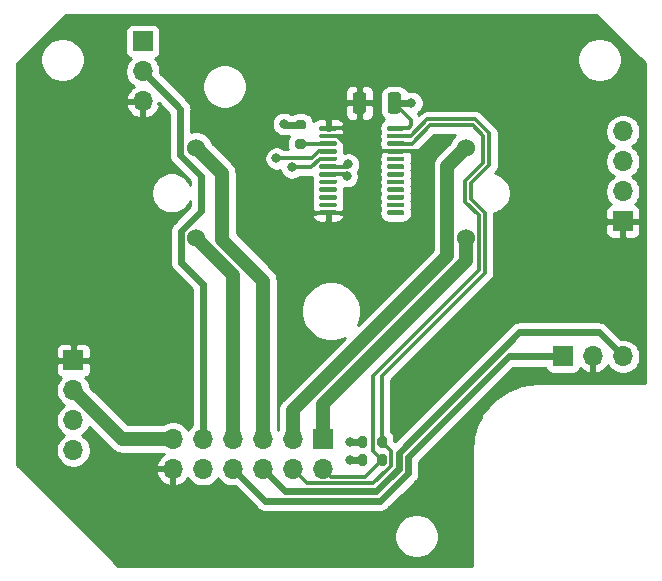
<source format=gbr>
%TF.GenerationSoftware,KiCad,Pcbnew,(5.1.9)-1*%
%TF.CreationDate,2021-09-07T12:43:22-06:00*%
%TF.ProjectId,standby_altimeter,7374616e-6462-4795-9f61-6c74696d6574,rev?*%
%TF.SameCoordinates,Original*%
%TF.FileFunction,Copper,L1,Top*%
%TF.FilePolarity,Positive*%
%FSLAX46Y46*%
G04 Gerber Fmt 4.6, Leading zero omitted, Abs format (unit mm)*
G04 Created by KiCad (PCBNEW (5.1.9)-1) date 2021-09-07 12:43:22*
%MOMM*%
%LPD*%
G01*
G04 APERTURE LIST*
%TA.AperFunction,ComponentPad*%
%ADD10O,1.700000X1.700000*%
%TD*%
%TA.AperFunction,ComponentPad*%
%ADD11R,1.700000X1.700000*%
%TD*%
%TA.AperFunction,ComponentPad*%
%ADD12C,1.524000*%
%TD*%
%TA.AperFunction,ViaPad*%
%ADD13C,0.800000*%
%TD*%
%TA.AperFunction,Conductor*%
%ADD14C,1.219200*%
%TD*%
%TA.AperFunction,Conductor*%
%ADD15C,0.304800*%
%TD*%
%TA.AperFunction,Conductor*%
%ADD16C,0.609600*%
%TD*%
%TA.AperFunction,Conductor*%
%ADD17C,0.254000*%
%TD*%
%TA.AperFunction,Conductor*%
%ADD18C,0.100000*%
%TD*%
G04 APERTURE END LIST*
D10*
%TO.P,J1,12*%
%TO.N,GND*%
X175465515Y-110630452D03*
%TO.P,J1,11*%
%TO.N,+3V3*%
X175465515Y-108090452D03*
%TO.P,J1,10*%
%TO.N,+5V*%
X178005515Y-110630452D03*
%TO.P,J1,9*%
%TO.N,/ZERO_DETECT*%
X178005515Y-108090452D03*
%TO.P,J1,8*%
%TO.N,/CH_A*%
X180545515Y-110630452D03*
%TO.P,J1,7*%
%TO.N,/COIL2*%
X180545515Y-108090452D03*
%TO.P,J1,6*%
%TO.N,/CH_B*%
X183085515Y-110630452D03*
%TO.P,J1,5*%
%TO.N,/COIL1*%
X183085515Y-108090452D03*
%TO.P,J1,4*%
%TO.N,/SDA*%
X185625515Y-110630452D03*
%TO.P,J1,3*%
%TO.N,/COIL4*%
X185625515Y-108090452D03*
%TO.P,J1,2*%
%TO.N,/SCL*%
X188165515Y-110630452D03*
D11*
%TO.P,J1,1*%
%TO.N,/COIL3*%
X188165515Y-108090452D03*
%TD*%
%TO.P,U1,24*%
%TO.N,+5V*%
%TA.AperFunction,SMDPad,CuDef*%
G36*
G01*
X193592515Y-81882452D02*
X193592515Y-81682452D01*
G75*
G02*
X193692515Y-81582452I100000J0D01*
G01*
X194967515Y-81582452D01*
G75*
G02*
X195067515Y-81682452I0J-100000D01*
G01*
X195067515Y-81882452D01*
G75*
G02*
X194967515Y-81982452I-100000J0D01*
G01*
X193692515Y-81982452D01*
G75*
G02*
X193592515Y-81882452I0J100000D01*
G01*
G37*
%TD.AperFunction*%
%TO.P,U1,23*%
%TO.N,/SDA*%
%TA.AperFunction,SMDPad,CuDef*%
G36*
G01*
X193592515Y-82532452D02*
X193592515Y-82332452D01*
G75*
G02*
X193692515Y-82232452I100000J0D01*
G01*
X194967515Y-82232452D01*
G75*
G02*
X195067515Y-82332452I0J-100000D01*
G01*
X195067515Y-82532452D01*
G75*
G02*
X194967515Y-82632452I-100000J0D01*
G01*
X193692515Y-82632452D01*
G75*
G02*
X193592515Y-82532452I0J100000D01*
G01*
G37*
%TD.AperFunction*%
%TO.P,U1,22*%
%TO.N,/SCL*%
%TA.AperFunction,SMDPad,CuDef*%
G36*
G01*
X193592515Y-83182452D02*
X193592515Y-82982452D01*
G75*
G02*
X193692515Y-82882452I100000J0D01*
G01*
X194967515Y-82882452D01*
G75*
G02*
X195067515Y-82982452I0J-100000D01*
G01*
X195067515Y-83182452D01*
G75*
G02*
X194967515Y-83282452I-100000J0D01*
G01*
X193692515Y-83282452D01*
G75*
G02*
X193592515Y-83182452I0J100000D01*
G01*
G37*
%TD.AperFunction*%
%TO.P,U1,21*%
%TO.N,GND*%
%TA.AperFunction,SMDPad,CuDef*%
G36*
G01*
X193592515Y-83832452D02*
X193592515Y-83632452D01*
G75*
G02*
X193692515Y-83532452I100000J0D01*
G01*
X194967515Y-83532452D01*
G75*
G02*
X195067515Y-83632452I0J-100000D01*
G01*
X195067515Y-83832452D01*
G75*
G02*
X194967515Y-83932452I-100000J0D01*
G01*
X193692515Y-83932452D01*
G75*
G02*
X193592515Y-83832452I0J100000D01*
G01*
G37*
%TD.AperFunction*%
%TO.P,U1,20*%
%TO.N,Net-(U1-Pad20)*%
%TA.AperFunction,SMDPad,CuDef*%
G36*
G01*
X193592515Y-84482452D02*
X193592515Y-84282452D01*
G75*
G02*
X193692515Y-84182452I100000J0D01*
G01*
X194967515Y-84182452D01*
G75*
G02*
X195067515Y-84282452I0J-100000D01*
G01*
X195067515Y-84482452D01*
G75*
G02*
X194967515Y-84582452I-100000J0D01*
G01*
X193692515Y-84582452D01*
G75*
G02*
X193592515Y-84482452I0J100000D01*
G01*
G37*
%TD.AperFunction*%
%TO.P,U1,19*%
%TO.N,Net-(U1-Pad19)*%
%TA.AperFunction,SMDPad,CuDef*%
G36*
G01*
X193592515Y-85132452D02*
X193592515Y-84932452D01*
G75*
G02*
X193692515Y-84832452I100000J0D01*
G01*
X194967515Y-84832452D01*
G75*
G02*
X195067515Y-84932452I0J-100000D01*
G01*
X195067515Y-85132452D01*
G75*
G02*
X194967515Y-85232452I-100000J0D01*
G01*
X193692515Y-85232452D01*
G75*
G02*
X193592515Y-85132452I0J100000D01*
G01*
G37*
%TD.AperFunction*%
%TO.P,U1,18*%
%TO.N,Net-(U1-Pad18)*%
%TA.AperFunction,SMDPad,CuDef*%
G36*
G01*
X193592515Y-85782452D02*
X193592515Y-85582452D01*
G75*
G02*
X193692515Y-85482452I100000J0D01*
G01*
X194967515Y-85482452D01*
G75*
G02*
X195067515Y-85582452I0J-100000D01*
G01*
X195067515Y-85782452D01*
G75*
G02*
X194967515Y-85882452I-100000J0D01*
G01*
X193692515Y-85882452D01*
G75*
G02*
X193592515Y-85782452I0J100000D01*
G01*
G37*
%TD.AperFunction*%
%TO.P,U1,17*%
%TO.N,Net-(U1-Pad17)*%
%TA.AperFunction,SMDPad,CuDef*%
G36*
G01*
X193592515Y-86432452D02*
X193592515Y-86232452D01*
G75*
G02*
X193692515Y-86132452I100000J0D01*
G01*
X194967515Y-86132452D01*
G75*
G02*
X195067515Y-86232452I0J-100000D01*
G01*
X195067515Y-86432452D01*
G75*
G02*
X194967515Y-86532452I-100000J0D01*
G01*
X193692515Y-86532452D01*
G75*
G02*
X193592515Y-86432452I0J100000D01*
G01*
G37*
%TD.AperFunction*%
%TO.P,U1,16*%
%TO.N,Net-(U1-Pad16)*%
%TA.AperFunction,SMDPad,CuDef*%
G36*
G01*
X193592515Y-87082452D02*
X193592515Y-86882452D01*
G75*
G02*
X193692515Y-86782452I100000J0D01*
G01*
X194967515Y-86782452D01*
G75*
G02*
X195067515Y-86882452I0J-100000D01*
G01*
X195067515Y-87082452D01*
G75*
G02*
X194967515Y-87182452I-100000J0D01*
G01*
X193692515Y-87182452D01*
G75*
G02*
X193592515Y-87082452I0J100000D01*
G01*
G37*
%TD.AperFunction*%
%TO.P,U1,15*%
%TO.N,Net-(U1-Pad15)*%
%TA.AperFunction,SMDPad,CuDef*%
G36*
G01*
X193592515Y-87732452D02*
X193592515Y-87532452D01*
G75*
G02*
X193692515Y-87432452I100000J0D01*
G01*
X194967515Y-87432452D01*
G75*
G02*
X195067515Y-87532452I0J-100000D01*
G01*
X195067515Y-87732452D01*
G75*
G02*
X194967515Y-87832452I-100000J0D01*
G01*
X193692515Y-87832452D01*
G75*
G02*
X193592515Y-87732452I0J100000D01*
G01*
G37*
%TD.AperFunction*%
%TO.P,U1,14*%
%TO.N,Net-(U1-Pad14)*%
%TA.AperFunction,SMDPad,CuDef*%
G36*
G01*
X193592515Y-88382452D02*
X193592515Y-88182452D01*
G75*
G02*
X193692515Y-88082452I100000J0D01*
G01*
X194967515Y-88082452D01*
G75*
G02*
X195067515Y-88182452I0J-100000D01*
G01*
X195067515Y-88382452D01*
G75*
G02*
X194967515Y-88482452I-100000J0D01*
G01*
X193692515Y-88482452D01*
G75*
G02*
X193592515Y-88382452I0J100000D01*
G01*
G37*
%TD.AperFunction*%
%TO.P,U1,13*%
%TO.N,Net-(U1-Pad13)*%
%TA.AperFunction,SMDPad,CuDef*%
G36*
G01*
X193592515Y-89032452D02*
X193592515Y-88832452D01*
G75*
G02*
X193692515Y-88732452I100000J0D01*
G01*
X194967515Y-88732452D01*
G75*
G02*
X195067515Y-88832452I0J-100000D01*
G01*
X195067515Y-89032452D01*
G75*
G02*
X194967515Y-89132452I-100000J0D01*
G01*
X193692515Y-89132452D01*
G75*
G02*
X193592515Y-89032452I0J100000D01*
G01*
G37*
%TD.AperFunction*%
%TO.P,U1,12*%
%TO.N,GND*%
%TA.AperFunction,SMDPad,CuDef*%
G36*
G01*
X187867515Y-89032452D02*
X187867515Y-88832452D01*
G75*
G02*
X187967515Y-88732452I100000J0D01*
G01*
X189242515Y-88732452D01*
G75*
G02*
X189342515Y-88832452I0J-100000D01*
G01*
X189342515Y-89032452D01*
G75*
G02*
X189242515Y-89132452I-100000J0D01*
G01*
X187967515Y-89132452D01*
G75*
G02*
X187867515Y-89032452I0J100000D01*
G01*
G37*
%TD.AperFunction*%
%TO.P,U1,11*%
%TO.N,Net-(U1-Pad11)*%
%TA.AperFunction,SMDPad,CuDef*%
G36*
G01*
X187867515Y-88382452D02*
X187867515Y-88182452D01*
G75*
G02*
X187967515Y-88082452I100000J0D01*
G01*
X189242515Y-88082452D01*
G75*
G02*
X189342515Y-88182452I0J-100000D01*
G01*
X189342515Y-88382452D01*
G75*
G02*
X189242515Y-88482452I-100000J0D01*
G01*
X187967515Y-88482452D01*
G75*
G02*
X187867515Y-88382452I0J100000D01*
G01*
G37*
%TD.AperFunction*%
%TO.P,U1,10*%
%TO.N,Net-(U1-Pad10)*%
%TA.AperFunction,SMDPad,CuDef*%
G36*
G01*
X187867515Y-87732452D02*
X187867515Y-87532452D01*
G75*
G02*
X187967515Y-87432452I100000J0D01*
G01*
X189242515Y-87432452D01*
G75*
G02*
X189342515Y-87532452I0J-100000D01*
G01*
X189342515Y-87732452D01*
G75*
G02*
X189242515Y-87832452I-100000J0D01*
G01*
X187967515Y-87832452D01*
G75*
G02*
X187867515Y-87732452I0J100000D01*
G01*
G37*
%TD.AperFunction*%
%TO.P,U1,9*%
%TO.N,Net-(U1-Pad9)*%
%TA.AperFunction,SMDPad,CuDef*%
G36*
G01*
X187867515Y-87082452D02*
X187867515Y-86882452D01*
G75*
G02*
X187967515Y-86782452I100000J0D01*
G01*
X189242515Y-86782452D01*
G75*
G02*
X189342515Y-86882452I0J-100000D01*
G01*
X189342515Y-87082452D01*
G75*
G02*
X189242515Y-87182452I-100000J0D01*
G01*
X187967515Y-87182452D01*
G75*
G02*
X187867515Y-87082452I0J100000D01*
G01*
G37*
%TD.AperFunction*%
%TO.P,U1,8*%
%TO.N,Net-(U1-Pad8)*%
%TA.AperFunction,SMDPad,CuDef*%
G36*
G01*
X187867515Y-86432452D02*
X187867515Y-86232452D01*
G75*
G02*
X187967515Y-86132452I100000J0D01*
G01*
X189242515Y-86132452D01*
G75*
G02*
X189342515Y-86232452I0J-100000D01*
G01*
X189342515Y-86432452D01*
G75*
G02*
X189242515Y-86532452I-100000J0D01*
G01*
X187967515Y-86532452D01*
G75*
G02*
X187867515Y-86432452I0J100000D01*
G01*
G37*
%TD.AperFunction*%
%TO.P,U1,7*%
%TO.N,/SC1*%
%TA.AperFunction,SMDPad,CuDef*%
G36*
G01*
X187867515Y-85782452D02*
X187867515Y-85582452D01*
G75*
G02*
X187967515Y-85482452I100000J0D01*
G01*
X189242515Y-85482452D01*
G75*
G02*
X189342515Y-85582452I0J-100000D01*
G01*
X189342515Y-85782452D01*
G75*
G02*
X189242515Y-85882452I-100000J0D01*
G01*
X187967515Y-85882452D01*
G75*
G02*
X187867515Y-85782452I0J100000D01*
G01*
G37*
%TD.AperFunction*%
%TO.P,U1,6*%
%TO.N,/SD1*%
%TA.AperFunction,SMDPad,CuDef*%
G36*
G01*
X187867515Y-85132452D02*
X187867515Y-84932452D01*
G75*
G02*
X187967515Y-84832452I100000J0D01*
G01*
X189242515Y-84832452D01*
G75*
G02*
X189342515Y-84932452I0J-100000D01*
G01*
X189342515Y-85132452D01*
G75*
G02*
X189242515Y-85232452I-100000J0D01*
G01*
X187967515Y-85232452D01*
G75*
G02*
X187867515Y-85132452I0J100000D01*
G01*
G37*
%TD.AperFunction*%
%TO.P,U1,5*%
%TO.N,/SC0*%
%TA.AperFunction,SMDPad,CuDef*%
G36*
G01*
X187867515Y-84482452D02*
X187867515Y-84282452D01*
G75*
G02*
X187967515Y-84182452I100000J0D01*
G01*
X189242515Y-84182452D01*
G75*
G02*
X189342515Y-84282452I0J-100000D01*
G01*
X189342515Y-84482452D01*
G75*
G02*
X189242515Y-84582452I-100000J0D01*
G01*
X187967515Y-84582452D01*
G75*
G02*
X187867515Y-84482452I0J100000D01*
G01*
G37*
%TD.AperFunction*%
%TO.P,U1,4*%
%TO.N,/SD0*%
%TA.AperFunction,SMDPad,CuDef*%
G36*
G01*
X187867515Y-83832452D02*
X187867515Y-83632452D01*
G75*
G02*
X187967515Y-83532452I100000J0D01*
G01*
X189242515Y-83532452D01*
G75*
G02*
X189342515Y-83632452I0J-100000D01*
G01*
X189342515Y-83832452D01*
G75*
G02*
X189242515Y-83932452I-100000J0D01*
G01*
X187967515Y-83932452D01*
G75*
G02*
X187867515Y-83832452I0J100000D01*
G01*
G37*
%TD.AperFunction*%
%TO.P,U1,3*%
%TO.N,Net-(R1-Pad2)*%
%TA.AperFunction,SMDPad,CuDef*%
G36*
G01*
X187867515Y-83182452D02*
X187867515Y-82982452D01*
G75*
G02*
X187967515Y-82882452I100000J0D01*
G01*
X189242515Y-82882452D01*
G75*
G02*
X189342515Y-82982452I0J-100000D01*
G01*
X189342515Y-83182452D01*
G75*
G02*
X189242515Y-83282452I-100000J0D01*
G01*
X187967515Y-83282452D01*
G75*
G02*
X187867515Y-83182452I0J100000D01*
G01*
G37*
%TD.AperFunction*%
%TO.P,U1,2*%
%TO.N,GND*%
%TA.AperFunction,SMDPad,CuDef*%
G36*
G01*
X187867515Y-82532452D02*
X187867515Y-82332452D01*
G75*
G02*
X187967515Y-82232452I100000J0D01*
G01*
X189242515Y-82232452D01*
G75*
G02*
X189342515Y-82332452I0J-100000D01*
G01*
X189342515Y-82532452D01*
G75*
G02*
X189242515Y-82632452I-100000J0D01*
G01*
X187967515Y-82632452D01*
G75*
G02*
X187867515Y-82532452I0J100000D01*
G01*
G37*
%TD.AperFunction*%
%TO.P,U1,1*%
%TA.AperFunction,SMDPad,CuDef*%
G36*
G01*
X187867515Y-81882452D02*
X187867515Y-81682452D01*
G75*
G02*
X187967515Y-81582452I100000J0D01*
G01*
X189242515Y-81582452D01*
G75*
G02*
X189342515Y-81682452I0J-100000D01*
G01*
X189342515Y-81882452D01*
G75*
G02*
X189242515Y-81982452I-100000J0D01*
G01*
X187967515Y-81982452D01*
G75*
G02*
X187867515Y-81882452I0J100000D01*
G01*
G37*
%TD.AperFunction*%
%TD*%
%TO.P,R3,2*%
%TO.N,/SCL*%
%TA.AperFunction,SMDPad,CuDef*%
G36*
G01*
X192781515Y-110143452D02*
X192781515Y-109593452D01*
G75*
G02*
X192981515Y-109393452I200000J0D01*
G01*
X193381515Y-109393452D01*
G75*
G02*
X193581515Y-109593452I0J-200000D01*
G01*
X193581515Y-110143452D01*
G75*
G02*
X193381515Y-110343452I-200000J0D01*
G01*
X192981515Y-110343452D01*
G75*
G02*
X192781515Y-110143452I0J200000D01*
G01*
G37*
%TD.AperFunction*%
%TO.P,R3,1*%
%TO.N,+5V*%
%TA.AperFunction,SMDPad,CuDef*%
G36*
G01*
X191131515Y-110143452D02*
X191131515Y-109593452D01*
G75*
G02*
X191331515Y-109393452I200000J0D01*
G01*
X191731515Y-109393452D01*
G75*
G02*
X191931515Y-109593452I0J-200000D01*
G01*
X191931515Y-110143452D01*
G75*
G02*
X191731515Y-110343452I-200000J0D01*
G01*
X191331515Y-110343452D01*
G75*
G02*
X191131515Y-110143452I0J200000D01*
G01*
G37*
%TD.AperFunction*%
%TD*%
%TO.P,R2,2*%
%TO.N,/SDA*%
%TA.AperFunction,SMDPad,CuDef*%
G36*
G01*
X192781515Y-108619452D02*
X192781515Y-108069452D01*
G75*
G02*
X192981515Y-107869452I200000J0D01*
G01*
X193381515Y-107869452D01*
G75*
G02*
X193581515Y-108069452I0J-200000D01*
G01*
X193581515Y-108619452D01*
G75*
G02*
X193381515Y-108819452I-200000J0D01*
G01*
X192981515Y-108819452D01*
G75*
G02*
X192781515Y-108619452I0J200000D01*
G01*
G37*
%TD.AperFunction*%
%TO.P,R2,1*%
%TO.N,+5V*%
%TA.AperFunction,SMDPad,CuDef*%
G36*
G01*
X191131515Y-108619452D02*
X191131515Y-108069452D01*
G75*
G02*
X191331515Y-107869452I200000J0D01*
G01*
X191731515Y-107869452D01*
G75*
G02*
X191931515Y-108069452I0J-200000D01*
G01*
X191931515Y-108619452D01*
G75*
G02*
X191731515Y-108819452I-200000J0D01*
G01*
X191331515Y-108819452D01*
G75*
G02*
X191131515Y-108619452I0J200000D01*
G01*
G37*
%TD.AperFunction*%
%TD*%
%TO.P,R1,2*%
%TO.N,Net-(R1-Pad2)*%
%TA.AperFunction,SMDPad,CuDef*%
G36*
G01*
X185985515Y-82734452D02*
X186535515Y-82734452D01*
G75*
G02*
X186735515Y-82934452I0J-200000D01*
G01*
X186735515Y-83334452D01*
G75*
G02*
X186535515Y-83534452I-200000J0D01*
G01*
X185985515Y-83534452D01*
G75*
G02*
X185785515Y-83334452I0J200000D01*
G01*
X185785515Y-82934452D01*
G75*
G02*
X185985515Y-82734452I200000J0D01*
G01*
G37*
%TD.AperFunction*%
%TO.P,R1,1*%
%TO.N,+5V*%
%TA.AperFunction,SMDPad,CuDef*%
G36*
G01*
X185985515Y-81084452D02*
X186535515Y-81084452D01*
G75*
G02*
X186735515Y-81284452I0J-200000D01*
G01*
X186735515Y-81684452D01*
G75*
G02*
X186535515Y-81884452I-200000J0D01*
G01*
X185985515Y-81884452D01*
G75*
G02*
X185785515Y-81684452I0J200000D01*
G01*
X185785515Y-81284452D01*
G75*
G02*
X185985515Y-81084452I200000J0D01*
G01*
G37*
%TD.AperFunction*%
%TD*%
D12*
%TO.P,M1,4*%
%TO.N,/COIL4*%
X200272058Y-83413953D03*
%TO.P,M1,3*%
%TO.N,/COIL3*%
X200272058Y-91113953D03*
%TO.P,M1,2*%
%TO.N,/COIL2*%
X177422058Y-91113953D03*
%TO.P,M1,1*%
%TO.N,/COIL1*%
X177422058Y-83413953D03*
%TD*%
D10*
%TO.P,J3,3*%
%TO.N,GND*%
X172925515Y-79515452D03*
%TO.P,J3,2*%
%TO.N,/ZERO_DETECT*%
X172925515Y-76975452D03*
D11*
%TO.P,J3,1*%
%TO.N,+5V*%
X172925515Y-74435452D03*
%TD*%
D10*
%TO.P,J2,3*%
%TO.N,/CH_B*%
X213565515Y-101105452D03*
%TO.P,J2,2*%
%TO.N,GND*%
X211025515Y-101105452D03*
D11*
%TO.P,J2,1*%
%TO.N,/CH_A*%
X208485515Y-101105452D03*
%TD*%
D10*
%TO.P,DS2,4*%
%TO.N,/SD1*%
X213565515Y-82055452D03*
%TO.P,DS2,3*%
%TO.N,/SC1*%
X213565515Y-84595452D03*
%TO.P,DS2,2*%
%TO.N,+3V3*%
X213565515Y-87135452D03*
D11*
%TO.P,DS2,1*%
%TO.N,GND*%
X213565515Y-89675452D03*
%TD*%
D10*
%TO.P,DS1,4*%
%TO.N,/SD0*%
X167028601Y-109047091D03*
%TO.P,DS1,3*%
%TO.N,/SC0*%
X167028601Y-106507091D03*
%TO.P,DS1,2*%
%TO.N,+3V3*%
X167028601Y-103967091D03*
D11*
%TO.P,DS1,1*%
%TO.N,GND*%
X167028601Y-101427091D03*
%TD*%
%TO.P,C1,2*%
%TO.N,GND*%
%TA.AperFunction,SMDPad,CuDef*%
G36*
G01*
X191837515Y-78992451D02*
X191837515Y-80292453D01*
G75*
G02*
X191587516Y-80542452I-249999J0D01*
G01*
X190937514Y-80542452D01*
G75*
G02*
X190687515Y-80292453I0J249999D01*
G01*
X190687515Y-78992451D01*
G75*
G02*
X190937514Y-78742452I249999J0D01*
G01*
X191587516Y-78742452D01*
G75*
G02*
X191837515Y-78992451I0J-249999D01*
G01*
G37*
%TD.AperFunction*%
%TO.P,C1,1*%
%TO.N,+5V*%
%TA.AperFunction,SMDPad,CuDef*%
G36*
G01*
X194787515Y-78992451D02*
X194787515Y-80292453D01*
G75*
G02*
X194537516Y-80542452I-249999J0D01*
G01*
X193887514Y-80542452D01*
G75*
G02*
X193637515Y-80292453I0J249999D01*
G01*
X193637515Y-78992451D01*
G75*
G02*
X193887514Y-78742452I249999J0D01*
G01*
X194537516Y-78742452D01*
G75*
G02*
X194787515Y-78992451I0J-249999D01*
G01*
G37*
%TD.AperFunction*%
%TD*%
D13*
%TO.N,+5V*%
X190451515Y-109868452D03*
X190451515Y-108344452D03*
X195658515Y-79642452D03*
X184863515Y-81420452D03*
%TO.N,/SD0*%
X184228515Y-84341452D03*
%TO.N,/SC0*%
X185534810Y-85093862D03*
%TO.N,/SD1*%
X190324515Y-84849452D03*
%TO.N,/SC1*%
X190183092Y-85839413D03*
%TD*%
D14*
%TO.N,+3V3*%
X171151962Y-108090452D02*
X167028601Y-103967091D01*
X175465515Y-108090452D02*
X171151962Y-108090452D01*
D15*
%TO.N,GND*%
X194330015Y-83732452D02*
X196070515Y-83732452D01*
X194330015Y-83732452D02*
X192940515Y-83732452D01*
X188605015Y-81782452D02*
X190014515Y-81782452D01*
X190014515Y-81782452D02*
X190007515Y-81789452D01*
X190007515Y-81789452D02*
X190007515Y-82369452D01*
X189944515Y-82432452D02*
X188605015Y-82432452D01*
X190007515Y-82369452D02*
X189944515Y-82432452D01*
X189342515Y-82432452D02*
X191397515Y-84487452D01*
X188605015Y-82432452D02*
X189342515Y-82432452D01*
X191397515Y-84487452D02*
X191397515Y-87489452D01*
X189954515Y-88932452D02*
X188605015Y-88932452D01*
X191397515Y-87489452D02*
X189954515Y-88932452D01*
X188605015Y-88932452D02*
X187144515Y-88932452D01*
D16*
%TO.N,/CH_B*%
X211533515Y-99073452D02*
X213565515Y-101105452D01*
X193838935Y-111353070D02*
X193882559Y-111353070D01*
X183085515Y-110630452D02*
X184990515Y-112535452D01*
X204798553Y-99073452D02*
X211533515Y-99073452D01*
X194591136Y-110644493D02*
X194591136Y-109280869D01*
X193882559Y-111353070D02*
X194591136Y-110644493D01*
X184990515Y-112535452D02*
X192656553Y-112535452D01*
X192656553Y-112535452D02*
X193838935Y-111353070D01*
X194591136Y-109280869D02*
X204798553Y-99073452D01*
%TO.N,/CH_A*%
X205241515Y-101105452D02*
X208485515Y-101105452D01*
X203911515Y-101105452D02*
X205241515Y-101105452D01*
X195400747Y-109616220D02*
X203911515Y-101105452D01*
X195400747Y-110979844D02*
X195400747Y-109616220D01*
X194217910Y-112162681D02*
X195400747Y-110979844D01*
X180545515Y-110630452D02*
X183260126Y-113345063D01*
X183260126Y-113345063D02*
X192991904Y-113345063D01*
X192991904Y-113345063D02*
X194174286Y-112162681D01*
X194174286Y-112162681D02*
X194217910Y-112162681D01*
%TO.N,/ZERO_DETECT*%
X177874693Y-88786452D02*
X177874693Y-85861630D01*
X176100515Y-84087452D02*
X176100515Y-80150452D01*
X176155257Y-90505888D02*
X177874693Y-88786452D01*
X177874693Y-85861630D02*
X176100515Y-84087452D01*
X176155257Y-93159194D02*
X176155257Y-90505888D01*
X178005515Y-95009452D02*
X176155257Y-93159194D01*
X176100515Y-80150452D02*
X172925515Y-76975452D01*
X178005515Y-108090452D02*
X178005515Y-95009452D01*
D14*
%TO.N,/COIL4*%
X198700457Y-84985554D02*
X200272058Y-83413953D01*
X185625515Y-105677452D02*
X185625515Y-108090452D01*
X185625515Y-105677452D02*
X198700457Y-92602510D01*
X198700457Y-92602510D02*
X198700457Y-84985554D01*
%TO.N,/COIL3*%
X188165515Y-105144518D02*
X188165515Y-108090452D01*
X188165515Y-105144518D02*
X200272058Y-93037975D01*
X200272058Y-93037975D02*
X200272058Y-91113953D01*
%TO.N,/COIL2*%
X180545515Y-94237410D02*
X177422058Y-91113953D01*
X180545515Y-108090452D02*
X180545515Y-94237410D01*
%TO.N,/COIL1*%
X179617515Y-91209452D02*
X179617515Y-85609410D01*
X183085515Y-94677452D02*
X179617515Y-91209452D01*
X179617515Y-85609410D02*
X177422058Y-83413953D01*
X183085515Y-108090452D02*
X183085515Y-94677452D01*
D16*
%TO.N,+5V*%
X191531515Y-109868452D02*
X190451515Y-109868452D01*
X191531515Y-108344452D02*
X190451515Y-108344452D01*
D15*
X194212515Y-79642452D02*
X195658515Y-81088452D01*
X195658515Y-81088452D02*
X195658515Y-81547452D01*
X195423515Y-81782452D02*
X194330015Y-81782452D01*
X195658515Y-81547452D02*
X195423515Y-81782452D01*
D16*
X194212515Y-79642452D02*
X195658515Y-79642452D01*
X184927515Y-81484452D02*
X184863515Y-81420452D01*
X186260515Y-81484452D02*
X184927515Y-81484452D01*
D15*
%TO.N,/SD0*%
X187813797Y-83732452D02*
X188605015Y-83732452D01*
X187204797Y-84341452D02*
X187813797Y-83732452D01*
X184228515Y-84341452D02*
X187204797Y-84341452D01*
%TO.N,/SC0*%
X188605015Y-84382452D02*
X187877707Y-84382452D01*
X187166297Y-85093862D02*
X185534810Y-85093862D01*
X187877707Y-84382452D02*
X187166297Y-85093862D01*
%TO.N,/SD1*%
X190141515Y-85032452D02*
X188605015Y-85032452D01*
X190324515Y-84849452D02*
X190141515Y-85032452D01*
%TO.N,/SC1*%
X188605015Y-85682452D02*
X190026131Y-85682452D01*
X190026131Y-85682452D02*
X190183092Y-85839413D01*
%TO.N,/SCL*%
X188165515Y-110630452D02*
X188863105Y-111328042D01*
X188863105Y-111328042D02*
X191721925Y-111328042D01*
X191721925Y-111328042D02*
X193181515Y-109868452D01*
X201386459Y-93816598D02*
X192429105Y-102773952D01*
X201754515Y-84722452D02*
X200233704Y-86243263D01*
X195678335Y-83082452D02*
X197213335Y-81547452D01*
X201754515Y-82436452D02*
X201754515Y-84722452D01*
X192429105Y-109116042D02*
X193181515Y-109868452D01*
X194330015Y-83082452D02*
X195678335Y-83082452D01*
X200233704Y-88014063D02*
X201386459Y-89166818D01*
X200865515Y-81547452D02*
X201754515Y-82436452D01*
X192429105Y-102773952D02*
X192429105Y-109116042D01*
X200233704Y-86243263D02*
X200233704Y-88014063D01*
X197213335Y-81547452D02*
X200865515Y-81547452D01*
X201386459Y-89166818D02*
X201386459Y-93816598D01*
%TO.N,/SDA*%
X195614425Y-82432452D02*
X194330015Y-82432452D01*
X202259326Y-82227353D02*
X201074614Y-81042641D01*
X202259326Y-84931551D02*
X202259326Y-82227353D01*
X200738515Y-86452362D02*
X202259326Y-84931551D01*
X193181515Y-102735452D02*
X201891272Y-94025695D01*
X197004236Y-81042641D02*
X195614425Y-82432452D01*
X201074614Y-81042641D02*
X197004236Y-81042641D01*
X201891272Y-88957721D02*
X200738515Y-87804964D01*
X201891272Y-94025695D02*
X201891272Y-88957721D01*
X200738515Y-87804964D02*
X200738515Y-86452362D01*
X193181515Y-108344452D02*
X193181515Y-102735452D01*
X193610331Y-110695862D02*
X193933925Y-110372268D01*
X193933925Y-109096862D02*
X193181515Y-108344452D01*
X193933925Y-110372268D02*
X193933925Y-109096862D01*
X193566707Y-110695862D02*
X193610331Y-110695862D01*
X192429716Y-111832853D02*
X193566707Y-110695862D01*
X186827916Y-111832853D02*
X192429716Y-111832853D01*
X185625515Y-110630452D02*
X186827916Y-111832853D01*
%TO.N,Net-(R1-Pad2)*%
X188553015Y-83134452D02*
X188605015Y-83082452D01*
X186260515Y-83134452D02*
X188553015Y-83134452D01*
%TD*%
D17*
%TO.N,GND*%
X215405516Y-76271369D02*
X215405515Y-103360530D01*
X206395596Y-103360530D01*
X206371527Y-103362901D01*
X205649263Y-103415940D01*
X205633883Y-103418459D01*
X205618310Y-103418948D01*
X205543526Y-103432404D01*
X204679144Y-103639924D01*
X204659463Y-103646548D01*
X204639151Y-103650865D01*
X204567932Y-103677351D01*
X203753961Y-104034660D01*
X203735767Y-104044662D01*
X203716539Y-104052509D01*
X203651149Y-104091181D01*
X203651135Y-104091189D01*
X203651130Y-104091193D01*
X202913302Y-104586992D01*
X202897164Y-104600060D01*
X202879631Y-104611187D01*
X202822110Y-104660837D01*
X202183737Y-105279464D01*
X202170169Y-105295182D01*
X202154884Y-105309238D01*
X202107065Y-105368290D01*
X201588330Y-106090186D01*
X201577759Y-106108060D01*
X201565205Y-106124600D01*
X201528599Y-106191186D01*
X201145899Y-106993533D01*
X201138662Y-107012992D01*
X201129233Y-107031498D01*
X201104997Y-107103514D01*
X200870429Y-107960950D01*
X200866752Y-107981387D01*
X200860750Y-108001266D01*
X200849650Y-108076436D01*
X200770884Y-108958989D01*
X200768016Y-108988111D01*
X200768015Y-118816751D01*
X170848816Y-118816751D01*
X168159977Y-116127912D01*
X194217017Y-116127912D01*
X194217017Y-116499224D01*
X194289456Y-116863402D01*
X194431551Y-117206450D01*
X194637842Y-117515186D01*
X194900399Y-117777743D01*
X195209135Y-117984034D01*
X195552183Y-118126129D01*
X195916361Y-118198568D01*
X196287673Y-118198568D01*
X196651851Y-118126129D01*
X196994899Y-117984034D01*
X197303635Y-117777743D01*
X197566192Y-117515186D01*
X197772483Y-117206450D01*
X197914578Y-116863402D01*
X197987017Y-116499224D01*
X197987017Y-116127912D01*
X197914578Y-115763734D01*
X197772483Y-115420686D01*
X197566192Y-115111950D01*
X197303635Y-114849393D01*
X196994899Y-114643102D01*
X196651851Y-114501007D01*
X196287673Y-114428568D01*
X195916361Y-114428568D01*
X195552183Y-114501007D01*
X195209135Y-114643102D01*
X194900399Y-114849393D01*
X194637842Y-115111950D01*
X194431551Y-115420686D01*
X194289456Y-115763734D01*
X194217017Y-116127912D01*
X168159977Y-116127912D01*
X163019408Y-110987343D01*
X174024034Y-110987343D01*
X174121358Y-111261704D01*
X174270337Y-111511807D01*
X174465246Y-111728040D01*
X174698595Y-111902093D01*
X174961416Y-112027277D01*
X175108625Y-112071928D01*
X175338515Y-111950607D01*
X175338515Y-110757452D01*
X174144701Y-110757452D01*
X174024034Y-110987343D01*
X163019408Y-110987343D01*
X162288601Y-110256537D01*
X162288601Y-102277091D01*
X165540529Y-102277091D01*
X165552789Y-102401573D01*
X165589099Y-102521271D01*
X165648064Y-102631585D01*
X165727416Y-102728276D01*
X165824107Y-102807628D01*
X165934421Y-102866593D01*
X166006981Y-102888604D01*
X165875126Y-103020459D01*
X165712611Y-103263680D01*
X165600669Y-103533933D01*
X165543601Y-103820831D01*
X165543601Y-104113351D01*
X165600669Y-104400249D01*
X165712611Y-104670502D01*
X165875126Y-104913723D01*
X166081969Y-105120566D01*
X166256361Y-105237091D01*
X166081969Y-105353616D01*
X165875126Y-105560459D01*
X165712611Y-105803680D01*
X165600669Y-106073933D01*
X165543601Y-106360831D01*
X165543601Y-106653351D01*
X165600669Y-106940249D01*
X165712611Y-107210502D01*
X165875126Y-107453723D01*
X166081969Y-107660566D01*
X166256361Y-107777091D01*
X166081969Y-107893616D01*
X165875126Y-108100459D01*
X165712611Y-108343680D01*
X165600669Y-108613933D01*
X165543601Y-108900831D01*
X165543601Y-109193351D01*
X165600669Y-109480249D01*
X165712611Y-109750502D01*
X165875126Y-109993723D01*
X166081969Y-110200566D01*
X166325190Y-110363081D01*
X166595443Y-110475023D01*
X166882341Y-110532091D01*
X167174861Y-110532091D01*
X167461759Y-110475023D01*
X167732012Y-110363081D01*
X167975233Y-110200566D01*
X168182076Y-109993723D01*
X168344591Y-109750502D01*
X168456533Y-109480249D01*
X168513601Y-109193351D01*
X168513601Y-108900831D01*
X168456533Y-108613933D01*
X168344591Y-108343680D01*
X168182076Y-108100459D01*
X167975233Y-107893616D01*
X167800841Y-107777091D01*
X167975233Y-107660566D01*
X168182076Y-107453723D01*
X168344591Y-107210502D01*
X168393589Y-107092209D01*
X170228665Y-108927285D01*
X170267639Y-108974775D01*
X170315129Y-109013749D01*
X170315131Y-109013751D01*
X170457153Y-109130306D01*
X170558791Y-109184632D01*
X170673370Y-109245876D01*
X170907978Y-109317044D01*
X171090819Y-109335052D01*
X171090828Y-109335052D01*
X171151961Y-109341073D01*
X171213094Y-109335052D01*
X174655261Y-109335052D01*
X174694921Y-109361552D01*
X174465246Y-109532864D01*
X174270337Y-109749097D01*
X174121358Y-109999200D01*
X174024034Y-110273561D01*
X174144701Y-110503452D01*
X175338515Y-110503452D01*
X175338515Y-110483452D01*
X175592515Y-110483452D01*
X175592515Y-110503452D01*
X175612515Y-110503452D01*
X175612515Y-110757452D01*
X175592515Y-110757452D01*
X175592515Y-111950607D01*
X175822405Y-112071928D01*
X175969614Y-112027277D01*
X176232435Y-111902093D01*
X176465784Y-111728040D01*
X176660693Y-111511807D01*
X176730320Y-111394918D01*
X176852040Y-111577084D01*
X177058883Y-111783927D01*
X177302104Y-111946442D01*
X177572357Y-112058384D01*
X177859255Y-112115452D01*
X178151775Y-112115452D01*
X178438673Y-112058384D01*
X178708926Y-111946442D01*
X178952147Y-111783927D01*
X179158990Y-111577084D01*
X179275515Y-111402692D01*
X179392040Y-111577084D01*
X179598883Y-111783927D01*
X179842104Y-111946442D01*
X180112357Y-112058384D01*
X180399255Y-112115452D01*
X180691775Y-112115452D01*
X180699835Y-112113849D01*
X182562944Y-113976959D01*
X182592372Y-114012817D01*
X182628230Y-114042245D01*
X182628232Y-114042247D01*
X182735474Y-114130259D01*
X182898738Y-114217525D01*
X182898740Y-114217526D01*
X183075893Y-114271265D01*
X183213959Y-114284863D01*
X183213969Y-114284863D01*
X183260126Y-114289409D01*
X183306283Y-114284863D01*
X192945747Y-114284863D01*
X192991904Y-114289409D01*
X193038061Y-114284863D01*
X193038071Y-114284863D01*
X193176137Y-114271265D01*
X193353290Y-114217526D01*
X193516555Y-114130259D01*
X193659658Y-114012817D01*
X193689095Y-113976948D01*
X194690157Y-112975887D01*
X194742561Y-112947877D01*
X194885664Y-112830435D01*
X194915101Y-112794566D01*
X196032642Y-111677026D01*
X196068501Y-111647598D01*
X196097930Y-111611739D01*
X196185943Y-111504496D01*
X196253831Y-111377485D01*
X196273210Y-111341230D01*
X196326949Y-111164077D01*
X196340547Y-111026011D01*
X196340547Y-111026002D01*
X196345093Y-110979845D01*
X196340547Y-110933688D01*
X196340547Y-110005496D01*
X204300793Y-102045252D01*
X207006287Y-102045252D01*
X207009703Y-102079934D01*
X207046013Y-102199632D01*
X207104978Y-102309946D01*
X207184330Y-102406637D01*
X207281021Y-102485989D01*
X207391335Y-102544954D01*
X207511033Y-102581264D01*
X207635515Y-102593524D01*
X209335515Y-102593524D01*
X209459997Y-102581264D01*
X209579695Y-102544954D01*
X209690009Y-102485989D01*
X209786700Y-102406637D01*
X209866052Y-102309946D01*
X209925017Y-102199632D01*
X209949481Y-102118986D01*
X210025246Y-102203040D01*
X210258595Y-102377093D01*
X210521416Y-102502277D01*
X210668625Y-102546928D01*
X210898515Y-102425607D01*
X210898515Y-101232452D01*
X210878515Y-101232452D01*
X210878515Y-100978452D01*
X210898515Y-100978452D01*
X210898515Y-100958452D01*
X211152515Y-100958452D01*
X211152515Y-100978452D01*
X211172515Y-100978452D01*
X211172515Y-101232452D01*
X211152515Y-101232452D01*
X211152515Y-102425607D01*
X211382405Y-102546928D01*
X211529614Y-102502277D01*
X211792435Y-102377093D01*
X212025784Y-102203040D01*
X212220693Y-101986807D01*
X212290320Y-101869918D01*
X212412040Y-102052084D01*
X212618883Y-102258927D01*
X212862104Y-102421442D01*
X213132357Y-102533384D01*
X213419255Y-102590452D01*
X213711775Y-102590452D01*
X213998673Y-102533384D01*
X214268926Y-102421442D01*
X214512147Y-102258927D01*
X214718990Y-102052084D01*
X214881505Y-101808863D01*
X214993447Y-101538610D01*
X215050515Y-101251712D01*
X215050515Y-100959192D01*
X214993447Y-100672294D01*
X214881505Y-100402041D01*
X214718990Y-100158820D01*
X214512147Y-99951977D01*
X214268926Y-99789462D01*
X213998673Y-99677520D01*
X213711775Y-99620452D01*
X213419255Y-99620452D01*
X213411195Y-99622055D01*
X212230706Y-98441567D01*
X212201269Y-98405698D01*
X212058166Y-98288256D01*
X211894901Y-98200989D01*
X211717748Y-98147250D01*
X211579682Y-98133652D01*
X211579672Y-98133652D01*
X211533515Y-98129106D01*
X211487358Y-98133652D01*
X204844720Y-98133652D01*
X204798553Y-98129105D01*
X204752386Y-98133652D01*
X204614320Y-98147250D01*
X204437167Y-98200989D01*
X204273902Y-98288256D01*
X204130799Y-98405698D01*
X204101371Y-98441556D01*
X194246772Y-108296157D01*
X194219587Y-108268973D01*
X194219587Y-108069452D01*
X194203484Y-107905952D01*
X194155793Y-107748736D01*
X194078346Y-107603844D01*
X193974121Y-107476846D01*
X193968915Y-107472574D01*
X193968915Y-103061602D01*
X202420706Y-94609813D01*
X202450741Y-94585164D01*
X202481586Y-94547580D01*
X202549137Y-94465268D01*
X202549138Y-94465267D01*
X202622254Y-94328478D01*
X202667278Y-94180052D01*
X202678672Y-94064368D01*
X202678672Y-94064359D01*
X202682480Y-94025696D01*
X202678672Y-93987033D01*
X202678672Y-90525452D01*
X212077443Y-90525452D01*
X212089703Y-90649934D01*
X212126013Y-90769632D01*
X212184978Y-90879946D01*
X212264330Y-90976637D01*
X212361021Y-91055989D01*
X212471335Y-91114954D01*
X212591033Y-91151264D01*
X212715515Y-91163524D01*
X213279765Y-91160452D01*
X213438515Y-91001702D01*
X213438515Y-89802452D01*
X213692515Y-89802452D01*
X213692515Y-91001702D01*
X213851265Y-91160452D01*
X214415515Y-91163524D01*
X214539997Y-91151264D01*
X214659695Y-91114954D01*
X214770009Y-91055989D01*
X214866700Y-90976637D01*
X214946052Y-90879946D01*
X215005017Y-90769632D01*
X215041327Y-90649934D01*
X215053587Y-90525452D01*
X215050515Y-89961202D01*
X214891765Y-89802452D01*
X213692515Y-89802452D01*
X213438515Y-89802452D01*
X212239265Y-89802452D01*
X212080515Y-89961202D01*
X212077443Y-90525452D01*
X202678672Y-90525452D01*
X202678672Y-88996386D01*
X202681626Y-88966394D01*
X202853139Y-88932278D01*
X203111039Y-88825452D01*
X212077443Y-88825452D01*
X212080515Y-89389702D01*
X212239265Y-89548452D01*
X213438515Y-89548452D01*
X213438515Y-89528452D01*
X213692515Y-89528452D01*
X213692515Y-89548452D01*
X214891765Y-89548452D01*
X215050515Y-89389702D01*
X215053587Y-88825452D01*
X215041327Y-88700970D01*
X215005017Y-88581272D01*
X214946052Y-88470958D01*
X214866700Y-88374267D01*
X214770009Y-88294915D01*
X214659695Y-88235950D01*
X214587135Y-88213939D01*
X214718990Y-88082084D01*
X214881505Y-87838863D01*
X214993447Y-87568610D01*
X215050515Y-87281712D01*
X215050515Y-86989192D01*
X214993447Y-86702294D01*
X214881505Y-86432041D01*
X214718990Y-86188820D01*
X214512147Y-85981977D01*
X214337755Y-85865452D01*
X214512147Y-85748927D01*
X214718990Y-85542084D01*
X214881505Y-85298863D01*
X214993447Y-85028610D01*
X215050515Y-84741712D01*
X215050515Y-84449192D01*
X214993447Y-84162294D01*
X214881505Y-83892041D01*
X214718990Y-83648820D01*
X214512147Y-83441977D01*
X214337755Y-83325452D01*
X214512147Y-83208927D01*
X214718990Y-83002084D01*
X214881505Y-82758863D01*
X214993447Y-82488610D01*
X215050515Y-82201712D01*
X215050515Y-81909192D01*
X214993447Y-81622294D01*
X214881505Y-81352041D01*
X214718990Y-81108820D01*
X214512147Y-80901977D01*
X214268926Y-80739462D01*
X213998673Y-80627520D01*
X213711775Y-80570452D01*
X213419255Y-80570452D01*
X213132357Y-80627520D01*
X212862104Y-80739462D01*
X212618883Y-80901977D01*
X212412040Y-81108820D01*
X212249525Y-81352041D01*
X212137583Y-81622294D01*
X212080515Y-81909192D01*
X212080515Y-82201712D01*
X212137583Y-82488610D01*
X212249525Y-82758863D01*
X212412040Y-83002084D01*
X212618883Y-83208927D01*
X212793275Y-83325452D01*
X212618883Y-83441977D01*
X212412040Y-83648820D01*
X212249525Y-83892041D01*
X212137583Y-84162294D01*
X212080515Y-84449192D01*
X212080515Y-84741712D01*
X212137583Y-85028610D01*
X212249525Y-85298863D01*
X212412040Y-85542084D01*
X212618883Y-85748927D01*
X212793275Y-85865452D01*
X212618883Y-85981977D01*
X212412040Y-86188820D01*
X212249525Y-86432041D01*
X212137583Y-86702294D01*
X212080515Y-86989192D01*
X212080515Y-87281712D01*
X212137583Y-87568610D01*
X212249525Y-87838863D01*
X212412040Y-88082084D01*
X212543895Y-88213939D01*
X212471335Y-88235950D01*
X212361021Y-88294915D01*
X212264330Y-88374267D01*
X212184978Y-88470958D01*
X212126013Y-88581272D01*
X212089703Y-88700970D01*
X212077443Y-88825452D01*
X203111039Y-88825452D01*
X203168889Y-88801490D01*
X203453056Y-88611616D01*
X203694721Y-88369951D01*
X203884595Y-88085784D01*
X204015383Y-87770034D01*
X204082058Y-87434836D01*
X204082058Y-87093070D01*
X204015383Y-86757872D01*
X203884595Y-86442122D01*
X203694721Y-86157955D01*
X203453056Y-85916290D01*
X203168889Y-85726416D01*
X202853139Y-85595628D01*
X202732748Y-85571681D01*
X202788760Y-85515669D01*
X202818795Y-85491020D01*
X202843445Y-85460984D01*
X202843448Y-85460981D01*
X202917192Y-85371123D01*
X202990308Y-85234334D01*
X203035332Y-85085908D01*
X203040975Y-85028610D01*
X203046726Y-84970224D01*
X203046726Y-84970216D01*
X203050534Y-84931551D01*
X203046726Y-84892886D01*
X203046726Y-82266018D01*
X203050534Y-82227353D01*
X203046726Y-82188687D01*
X203046726Y-82188680D01*
X203035332Y-82072996D01*
X203021211Y-82026443D01*
X202990308Y-81924570D01*
X202917192Y-81787780D01*
X202846637Y-81701810D01*
X202818795Y-81667884D01*
X202788754Y-81643230D01*
X201658742Y-80513218D01*
X201634083Y-80483172D01*
X201514186Y-80384775D01*
X201377397Y-80311659D01*
X201228971Y-80266635D01*
X201113287Y-80255241D01*
X201113277Y-80255241D01*
X201074614Y-80251433D01*
X201035951Y-80255241D01*
X197042901Y-80255241D01*
X197004236Y-80251433D01*
X196965571Y-80255241D01*
X196965563Y-80255241D01*
X196849879Y-80266635D01*
X196701453Y-80311659D01*
X196564664Y-80384775D01*
X196474806Y-80458519D01*
X196474803Y-80458522D01*
X196444767Y-80483172D01*
X196420117Y-80513208D01*
X196301986Y-80631339D01*
X196250541Y-80568654D01*
X196217984Y-80528983D01*
X196207525Y-80520399D01*
X196318289Y-80446389D01*
X196462452Y-80302226D01*
X196575720Y-80132708D01*
X196653741Y-79944350D01*
X196693515Y-79744391D01*
X196693515Y-79540513D01*
X196653741Y-79340554D01*
X196575720Y-79152196D01*
X196462452Y-78982678D01*
X196318289Y-78838515D01*
X196148771Y-78725247D01*
X195960413Y-78647226D01*
X195760454Y-78607452D01*
X195556576Y-78607452D01*
X195356617Y-78647226D01*
X195355386Y-78647736D01*
X195275920Y-78499065D01*
X195165477Y-78364490D01*
X195030902Y-78254047D01*
X194877366Y-78171980D01*
X194710770Y-78121444D01*
X194537516Y-78104380D01*
X193887514Y-78104380D01*
X193714260Y-78121444D01*
X193547664Y-78171980D01*
X193394128Y-78254047D01*
X193259553Y-78364490D01*
X193149110Y-78499065D01*
X193067043Y-78652601D01*
X193016507Y-78819197D01*
X192999443Y-78992451D01*
X192999443Y-80292453D01*
X193016507Y-80465707D01*
X193067043Y-80632303D01*
X193149110Y-80785839D01*
X193259553Y-80920414D01*
X193378060Y-81017670D01*
X193282464Y-81068768D01*
X193170619Y-81160556D01*
X193078831Y-81272401D01*
X193010625Y-81400004D01*
X192968625Y-81538461D01*
X192954443Y-81682452D01*
X192954443Y-81882452D01*
X192968625Y-82026443D01*
X192993199Y-82107452D01*
X192968625Y-82188461D01*
X192954443Y-82332452D01*
X192954443Y-82532452D01*
X192968625Y-82676443D01*
X192993199Y-82757452D01*
X192968625Y-82838461D01*
X192954443Y-82982452D01*
X192954443Y-83182452D01*
X192968625Y-83326443D01*
X192979865Y-83363497D01*
X192968647Y-83398569D01*
X192957515Y-83500702D01*
X193116265Y-83659452D01*
X193133774Y-83659452D01*
X193170619Y-83704348D01*
X193204864Y-83732452D01*
X193170619Y-83760556D01*
X193133774Y-83805452D01*
X193116265Y-83805452D01*
X192957515Y-83964202D01*
X192968647Y-84066335D01*
X192979865Y-84101407D01*
X192968625Y-84138461D01*
X192954443Y-84282452D01*
X192954443Y-84482452D01*
X192968625Y-84626443D01*
X192993199Y-84707452D01*
X192968625Y-84788461D01*
X192954443Y-84932452D01*
X192954443Y-85132452D01*
X192968625Y-85276443D01*
X192993199Y-85357452D01*
X192968625Y-85438461D01*
X192954443Y-85582452D01*
X192954443Y-85782452D01*
X192968625Y-85926443D01*
X192993199Y-86007452D01*
X192968625Y-86088461D01*
X192954443Y-86232452D01*
X192954443Y-86432452D01*
X192968625Y-86576443D01*
X192993199Y-86657452D01*
X192968625Y-86738461D01*
X192954443Y-86882452D01*
X192954443Y-87082452D01*
X192968625Y-87226443D01*
X192993199Y-87307452D01*
X192968625Y-87388461D01*
X192954443Y-87532452D01*
X192954443Y-87732452D01*
X192968625Y-87876443D01*
X192993199Y-87957452D01*
X192968625Y-88038461D01*
X192954443Y-88182452D01*
X192954443Y-88382452D01*
X192968625Y-88526443D01*
X192993199Y-88607452D01*
X192968625Y-88688461D01*
X192954443Y-88832452D01*
X192954443Y-89032452D01*
X192968625Y-89176443D01*
X193010625Y-89314900D01*
X193078831Y-89442503D01*
X193170619Y-89554348D01*
X193282464Y-89646136D01*
X193410067Y-89714342D01*
X193548524Y-89756342D01*
X193692515Y-89770524D01*
X194967515Y-89770524D01*
X195111506Y-89756342D01*
X195249963Y-89714342D01*
X195377566Y-89646136D01*
X195489411Y-89554348D01*
X195581199Y-89442503D01*
X195649405Y-89314900D01*
X195691405Y-89176443D01*
X195705587Y-89032452D01*
X195705587Y-88832452D01*
X195691405Y-88688461D01*
X195666831Y-88607452D01*
X195691405Y-88526443D01*
X195705587Y-88382452D01*
X195705587Y-88182452D01*
X195691405Y-88038461D01*
X195666831Y-87957452D01*
X195691405Y-87876443D01*
X195705587Y-87732452D01*
X195705587Y-87532452D01*
X195691405Y-87388461D01*
X195666831Y-87307452D01*
X195691405Y-87226443D01*
X195705587Y-87082452D01*
X195705587Y-86882452D01*
X195691405Y-86738461D01*
X195666831Y-86657452D01*
X195691405Y-86576443D01*
X195705587Y-86432452D01*
X195705587Y-86232452D01*
X195691405Y-86088461D01*
X195666831Y-86007452D01*
X195691405Y-85926443D01*
X195705587Y-85782452D01*
X195705587Y-85582452D01*
X195691405Y-85438461D01*
X195666831Y-85357452D01*
X195691405Y-85276443D01*
X195705587Y-85132452D01*
X195705587Y-84932452D01*
X195691405Y-84788461D01*
X195666831Y-84707452D01*
X195691405Y-84626443D01*
X195705587Y-84482452D01*
X195705587Y-84282452D01*
X195691405Y-84138461D01*
X195680165Y-84101407D01*
X195691383Y-84066335D01*
X195702515Y-83964202D01*
X195608165Y-83869852D01*
X195639672Y-83869852D01*
X195678335Y-83873660D01*
X195716998Y-83869852D01*
X195717008Y-83869852D01*
X195832692Y-83858458D01*
X195981118Y-83813434D01*
X196117907Y-83740318D01*
X196237804Y-83641921D01*
X196262463Y-83611874D01*
X197539486Y-82334852D01*
X199375504Y-82334852D01*
X199186938Y-82523418D01*
X199034053Y-82752226D01*
X198935338Y-82990543D01*
X197863625Y-84062257D01*
X197816135Y-84101231D01*
X197777161Y-84148721D01*
X197777158Y-84148724D01*
X197660603Y-84290746D01*
X197545034Y-84506962D01*
X197473866Y-84741570D01*
X197449836Y-84985554D01*
X197455858Y-85046697D01*
X197455857Y-92086980D01*
X191104460Y-98438378D01*
X191284640Y-98003385D01*
X191382058Y-97513629D01*
X191382058Y-97014277D01*
X191284640Y-96524521D01*
X191093546Y-96063180D01*
X190816121Y-95647985D01*
X190463026Y-95294890D01*
X190047831Y-95017465D01*
X189586490Y-94826371D01*
X189096734Y-94728953D01*
X188597382Y-94728953D01*
X188107626Y-94826371D01*
X187646285Y-95017465D01*
X187231090Y-95294890D01*
X186877995Y-95647985D01*
X186600570Y-96063180D01*
X186409476Y-96524521D01*
X186312058Y-97014277D01*
X186312058Y-97513629D01*
X186409476Y-98003385D01*
X186600570Y-98464726D01*
X186877995Y-98879921D01*
X187231090Y-99233016D01*
X187646285Y-99510441D01*
X188107626Y-99701535D01*
X188597382Y-99798953D01*
X189096734Y-99798953D01*
X189586490Y-99701535D01*
X190021483Y-99521355D01*
X184788688Y-104754150D01*
X184741192Y-104793129D01*
X184702216Y-104840622D01*
X184585661Y-104982644D01*
X184563484Y-105024135D01*
X184470091Y-105198861D01*
X184398923Y-105433469D01*
X184380915Y-105616310D01*
X184380915Y-105616319D01*
X184374894Y-105677452D01*
X184380915Y-105738586D01*
X184380916Y-107280197D01*
X184355515Y-107318212D01*
X184330115Y-107280198D01*
X184330115Y-94738585D01*
X184336136Y-94677452D01*
X184330115Y-94616319D01*
X184330115Y-94616309D01*
X184312107Y-94433468D01*
X184240939Y-94198860D01*
X184240939Y-94198859D01*
X184125369Y-93982643D01*
X184008814Y-93840621D01*
X184008812Y-93840619D01*
X183969838Y-93793129D01*
X183922348Y-93754155D01*
X180862115Y-90693923D01*
X180862115Y-85670542D01*
X180868136Y-85609409D01*
X180862115Y-85548276D01*
X180862115Y-85548267D01*
X180844107Y-85365426D01*
X180772939Y-85130818D01*
X180716157Y-85024586D01*
X180657369Y-84914601D01*
X180540814Y-84772579D01*
X180540812Y-84772577D01*
X180501838Y-84725087D01*
X180454348Y-84686113D01*
X180007748Y-84239513D01*
X183193515Y-84239513D01*
X183193515Y-84443391D01*
X183233289Y-84643350D01*
X183311310Y-84831708D01*
X183424578Y-85001226D01*
X183568741Y-85145389D01*
X183738259Y-85258657D01*
X183926617Y-85336678D01*
X184126576Y-85376452D01*
X184330454Y-85376452D01*
X184527930Y-85337172D01*
X184539584Y-85395760D01*
X184617605Y-85584118D01*
X184730873Y-85753636D01*
X184875036Y-85897799D01*
X185044554Y-86011067D01*
X185232912Y-86089088D01*
X185432871Y-86128862D01*
X185636749Y-86128862D01*
X185836708Y-86089088D01*
X186025066Y-86011067D01*
X186194584Y-85897799D01*
X186211121Y-85881262D01*
X187127634Y-85881262D01*
X187166297Y-85885070D01*
X187204960Y-85881262D01*
X187204970Y-85881262D01*
X187238846Y-85877925D01*
X187243625Y-85926443D01*
X187268199Y-86007452D01*
X187243625Y-86088461D01*
X187229443Y-86232452D01*
X187229443Y-86432452D01*
X187243625Y-86576443D01*
X187268199Y-86657452D01*
X187243625Y-86738461D01*
X187229443Y-86882452D01*
X187229443Y-87082452D01*
X187243625Y-87226443D01*
X187268199Y-87307452D01*
X187243625Y-87388461D01*
X187229443Y-87532452D01*
X187229443Y-87732452D01*
X187243625Y-87876443D01*
X187268199Y-87957452D01*
X187243625Y-88038461D01*
X187229443Y-88182452D01*
X187229443Y-88382452D01*
X187243625Y-88526443D01*
X187254865Y-88563497D01*
X187243647Y-88598569D01*
X187232515Y-88700702D01*
X187391265Y-88859452D01*
X187408774Y-88859452D01*
X187445619Y-88904348D01*
X187557464Y-88996136D01*
X187574893Y-89005452D01*
X187391265Y-89005452D01*
X187232515Y-89164202D01*
X187243647Y-89266335D01*
X187281754Y-89385473D01*
X187342371Y-89494888D01*
X187423169Y-89590374D01*
X187521044Y-89668263D01*
X187632233Y-89725561D01*
X187752463Y-89760066D01*
X187877115Y-89770452D01*
X188319265Y-89767452D01*
X188478015Y-89608702D01*
X188478015Y-89120524D01*
X188732015Y-89120524D01*
X188732015Y-89608702D01*
X188890765Y-89767452D01*
X189332915Y-89770452D01*
X189457567Y-89760066D01*
X189577797Y-89725561D01*
X189688986Y-89668263D01*
X189786861Y-89590374D01*
X189867659Y-89494888D01*
X189928276Y-89385473D01*
X189966383Y-89266335D01*
X189977515Y-89164202D01*
X189818765Y-89005452D01*
X189635137Y-89005452D01*
X189652566Y-88996136D01*
X189764411Y-88904348D01*
X189801256Y-88859452D01*
X189818765Y-88859452D01*
X189977515Y-88700702D01*
X189966383Y-88598569D01*
X189955165Y-88563497D01*
X189966405Y-88526443D01*
X189980587Y-88382452D01*
X189980587Y-88182452D01*
X189966405Y-88038461D01*
X189941831Y-87957452D01*
X189966405Y-87876443D01*
X189980587Y-87732452D01*
X189980587Y-87532452D01*
X189966405Y-87388461D01*
X189941831Y-87307452D01*
X189966405Y-87226443D01*
X189980587Y-87082452D01*
X189980587Y-86882452D01*
X189977770Y-86853849D01*
X190081153Y-86874413D01*
X190285031Y-86874413D01*
X190484990Y-86834639D01*
X190673348Y-86756618D01*
X190842866Y-86643350D01*
X190987029Y-86499187D01*
X191100297Y-86329669D01*
X191178318Y-86141311D01*
X191218092Y-85941352D01*
X191218092Y-85737474D01*
X191178318Y-85537515D01*
X191152001Y-85473982D01*
X191241720Y-85339708D01*
X191319741Y-85151350D01*
X191359515Y-84951391D01*
X191359515Y-84747513D01*
X191319741Y-84547554D01*
X191241720Y-84359196D01*
X191128452Y-84189678D01*
X190984289Y-84045515D01*
X190814771Y-83932247D01*
X190626413Y-83854226D01*
X190426454Y-83814452D01*
X190222576Y-83814452D01*
X190022617Y-83854226D01*
X189976564Y-83873302D01*
X189980587Y-83832452D01*
X189980587Y-83632452D01*
X189966405Y-83488461D01*
X189941831Y-83407452D01*
X189966405Y-83326443D01*
X189980587Y-83182452D01*
X189980587Y-82982452D01*
X189966405Y-82838461D01*
X189955165Y-82801407D01*
X189966383Y-82766335D01*
X189977515Y-82664202D01*
X189818765Y-82505452D01*
X189801256Y-82505452D01*
X189764411Y-82460556D01*
X189762978Y-82459380D01*
X189786861Y-82440374D01*
X189867659Y-82344888D01*
X189910304Y-82267913D01*
X189977515Y-82200702D01*
X189967351Y-82107452D01*
X189977515Y-82014202D01*
X189910304Y-81946991D01*
X189867659Y-81870016D01*
X189786861Y-81774530D01*
X189705084Y-81709452D01*
X189818765Y-81709452D01*
X189977515Y-81550702D01*
X189966383Y-81448569D01*
X189928276Y-81329431D01*
X189867659Y-81220016D01*
X189786861Y-81124530D01*
X189688986Y-81046641D01*
X189577797Y-80989343D01*
X189457567Y-80954838D01*
X189332915Y-80944452D01*
X188890765Y-80947452D01*
X188732015Y-81106202D01*
X188732015Y-81709452D01*
X188778765Y-81709452D01*
X188732015Y-81756202D01*
X188732015Y-81929452D01*
X188478015Y-81929452D01*
X188478015Y-81756202D01*
X188458015Y-81736202D01*
X188458015Y-81709452D01*
X188478015Y-81709452D01*
X188478015Y-81106202D01*
X188319265Y-80947452D01*
X187877115Y-80944452D01*
X187752463Y-80954838D01*
X187632233Y-80989343D01*
X187521044Y-81046641D01*
X187423169Y-81124530D01*
X187364648Y-81193689D01*
X187357484Y-81120952D01*
X187309793Y-80963736D01*
X187232346Y-80818844D01*
X187128121Y-80691846D01*
X187001123Y-80587621D01*
X186916619Y-80542452D01*
X190049443Y-80542452D01*
X190061703Y-80666934D01*
X190098013Y-80786632D01*
X190156978Y-80896946D01*
X190236330Y-80993637D01*
X190333021Y-81072989D01*
X190443335Y-81131954D01*
X190563033Y-81168264D01*
X190687515Y-81180524D01*
X190976765Y-81177452D01*
X191135515Y-81018702D01*
X191135515Y-79769452D01*
X191389515Y-79769452D01*
X191389515Y-81018702D01*
X191548265Y-81177452D01*
X191837515Y-81180524D01*
X191961997Y-81168264D01*
X192081695Y-81131954D01*
X192192009Y-81072989D01*
X192288700Y-80993637D01*
X192368052Y-80896946D01*
X192427017Y-80786632D01*
X192463327Y-80666934D01*
X192475587Y-80542452D01*
X192472515Y-79928202D01*
X192313765Y-79769452D01*
X191389515Y-79769452D01*
X191135515Y-79769452D01*
X190211265Y-79769452D01*
X190052515Y-79928202D01*
X190049443Y-80542452D01*
X186916619Y-80542452D01*
X186856231Y-80510174D01*
X186699015Y-80462483D01*
X186535515Y-80446380D01*
X185985515Y-80446380D01*
X185822015Y-80462483D01*
X185664799Y-80510174D01*
X185600296Y-80544652D01*
X185415738Y-80544652D01*
X185353771Y-80503247D01*
X185165413Y-80425226D01*
X184965454Y-80385452D01*
X184761576Y-80385452D01*
X184561617Y-80425226D01*
X184373259Y-80503247D01*
X184203741Y-80616515D01*
X184059578Y-80760678D01*
X183946310Y-80930196D01*
X183868289Y-81118554D01*
X183828515Y-81318513D01*
X183828515Y-81522391D01*
X183868289Y-81722350D01*
X183946310Y-81910708D01*
X184059578Y-82080226D01*
X184203741Y-82224389D01*
X184373259Y-82337657D01*
X184561617Y-82415678D01*
X184761576Y-82455452D01*
X184965454Y-82455452D01*
X185122308Y-82424252D01*
X185325280Y-82424252D01*
X185288684Y-82468844D01*
X185211237Y-82613736D01*
X185163546Y-82770952D01*
X185147443Y-82934452D01*
X185147443Y-83334452D01*
X185163546Y-83497952D01*
X185180564Y-83554052D01*
X184904826Y-83554052D01*
X184888289Y-83537515D01*
X184718771Y-83424247D01*
X184530413Y-83346226D01*
X184330454Y-83306452D01*
X184126576Y-83306452D01*
X183926617Y-83346226D01*
X183738259Y-83424247D01*
X183568741Y-83537515D01*
X183424578Y-83681678D01*
X183311310Y-83851196D01*
X183233289Y-84039554D01*
X183193515Y-84239513D01*
X180007748Y-84239513D01*
X178758778Y-82990544D01*
X178660063Y-82752226D01*
X178507178Y-82523418D01*
X178312593Y-82328833D01*
X178083785Y-82175948D01*
X177829548Y-82070639D01*
X177559650Y-82016953D01*
X177284466Y-82016953D01*
X177040315Y-82065518D01*
X177040315Y-80196608D01*
X177044861Y-80150451D01*
X177040315Y-80104294D01*
X177040315Y-80104285D01*
X177026717Y-79966219D01*
X176972978Y-79789066D01*
X176932356Y-79713067D01*
X176885711Y-79625800D01*
X176836343Y-79565646D01*
X176768269Y-79482698D01*
X176732405Y-79453265D01*
X175357437Y-78078297D01*
X177962058Y-78078297D01*
X177962058Y-78449609D01*
X178034497Y-78813787D01*
X178176592Y-79156835D01*
X178382883Y-79465571D01*
X178645440Y-79728128D01*
X178954176Y-79934419D01*
X179297224Y-80076514D01*
X179661402Y-80148953D01*
X180032714Y-80148953D01*
X180396892Y-80076514D01*
X180739940Y-79934419D01*
X181048676Y-79728128D01*
X181311233Y-79465571D01*
X181517524Y-79156835D01*
X181659619Y-78813787D01*
X181673808Y-78742452D01*
X190049443Y-78742452D01*
X190052515Y-79356702D01*
X190211265Y-79515452D01*
X191135515Y-79515452D01*
X191135515Y-78266202D01*
X191389515Y-78266202D01*
X191389515Y-79515452D01*
X192313765Y-79515452D01*
X192472515Y-79356702D01*
X192475587Y-78742452D01*
X192463327Y-78617970D01*
X192427017Y-78498272D01*
X192368052Y-78387958D01*
X192288700Y-78291267D01*
X192192009Y-78211915D01*
X192081695Y-78152950D01*
X191961997Y-78116640D01*
X191837515Y-78104380D01*
X191548265Y-78107452D01*
X191389515Y-78266202D01*
X191135515Y-78266202D01*
X190976765Y-78107452D01*
X190687515Y-78104380D01*
X190563033Y-78116640D01*
X190443335Y-78152950D01*
X190333021Y-78211915D01*
X190236330Y-78291267D01*
X190156978Y-78387958D01*
X190098013Y-78498272D01*
X190061703Y-78617970D01*
X190049443Y-78742452D01*
X181673808Y-78742452D01*
X181732058Y-78449609D01*
X181732058Y-78078297D01*
X181659619Y-77714119D01*
X181517524Y-77371071D01*
X181311233Y-77062335D01*
X181048676Y-76799778D01*
X180739940Y-76593487D01*
X180396892Y-76451392D01*
X180032714Y-76378953D01*
X179661402Y-76378953D01*
X179297224Y-76451392D01*
X178954176Y-76593487D01*
X178645440Y-76799778D01*
X178382883Y-77062335D01*
X178176592Y-77371071D01*
X178034497Y-77714119D01*
X177962058Y-78078297D01*
X175357437Y-78078297D01*
X174408912Y-77129772D01*
X174410515Y-77121712D01*
X174410515Y-76829192D01*
X174353447Y-76542294D01*
X174241505Y-76272041D01*
X174078990Y-76028820D01*
X173947135Y-75896965D01*
X174019695Y-75874954D01*
X174130009Y-75815989D01*
X174134466Y-75812331D01*
X209707098Y-75812331D01*
X209707098Y-76183643D01*
X209779537Y-76547821D01*
X209921632Y-76890869D01*
X210127923Y-77199605D01*
X210390480Y-77462162D01*
X210699216Y-77668453D01*
X211042264Y-77810548D01*
X211406442Y-77882987D01*
X211777754Y-77882987D01*
X212141932Y-77810548D01*
X212484980Y-77668453D01*
X212793716Y-77462162D01*
X213056273Y-77199605D01*
X213262564Y-76890869D01*
X213404659Y-76547821D01*
X213477098Y-76183643D01*
X213477098Y-75812331D01*
X213404659Y-75448153D01*
X213262564Y-75105105D01*
X213056273Y-74796369D01*
X212793716Y-74533812D01*
X212484980Y-74327521D01*
X212141932Y-74185426D01*
X211777754Y-74112987D01*
X211406442Y-74112987D01*
X211042264Y-74185426D01*
X210699216Y-74327521D01*
X210390480Y-74533812D01*
X210127923Y-74796369D01*
X209921632Y-75105105D01*
X209779537Y-75448153D01*
X209707098Y-75812331D01*
X174134466Y-75812331D01*
X174226700Y-75736637D01*
X174306052Y-75639946D01*
X174365017Y-75529632D01*
X174401327Y-75409934D01*
X174413587Y-75285452D01*
X174413587Y-73585452D01*
X174401327Y-73460970D01*
X174365017Y-73341272D01*
X174306052Y-73230958D01*
X174226700Y-73134267D01*
X174130009Y-73054915D01*
X174019695Y-72995950D01*
X173899997Y-72959640D01*
X173775515Y-72947380D01*
X172075515Y-72947380D01*
X171951033Y-72959640D01*
X171831335Y-72995950D01*
X171721021Y-73054915D01*
X171624330Y-73134267D01*
X171544978Y-73230958D01*
X171486013Y-73341272D01*
X171449703Y-73460970D01*
X171437443Y-73585452D01*
X171437443Y-75285452D01*
X171449703Y-75409934D01*
X171486013Y-75529632D01*
X171544978Y-75639946D01*
X171624330Y-75736637D01*
X171721021Y-75815989D01*
X171831335Y-75874954D01*
X171903895Y-75896965D01*
X171772040Y-76028820D01*
X171609525Y-76272041D01*
X171497583Y-76542294D01*
X171440515Y-76829192D01*
X171440515Y-77121712D01*
X171497583Y-77408610D01*
X171609525Y-77678863D01*
X171772040Y-77922084D01*
X171978883Y-78128927D01*
X172161049Y-78250647D01*
X172044160Y-78320274D01*
X171827927Y-78515183D01*
X171653874Y-78748532D01*
X171528690Y-79011353D01*
X171484039Y-79158562D01*
X171605360Y-79388452D01*
X172798515Y-79388452D01*
X172798515Y-79368452D01*
X173052515Y-79368452D01*
X173052515Y-79388452D01*
X173072515Y-79388452D01*
X173072515Y-79642452D01*
X173052515Y-79642452D01*
X173052515Y-80836266D01*
X173282406Y-80956933D01*
X173556767Y-80859609D01*
X173806870Y-80710630D01*
X174023103Y-80515721D01*
X174197156Y-80282372D01*
X174322340Y-80019551D01*
X174366991Y-79872342D01*
X174245671Y-79642454D01*
X174263440Y-79642454D01*
X175160716Y-80539730D01*
X175160715Y-84041295D01*
X175156169Y-84087452D01*
X175160715Y-84133609D01*
X175160715Y-84133618D01*
X175174313Y-84271684D01*
X175228052Y-84448837D01*
X175315319Y-84612103D01*
X175432761Y-84755206D01*
X175468630Y-84784643D01*
X176934894Y-86250909D01*
X176934894Y-86563554D01*
X176884595Y-86442122D01*
X176694721Y-86157955D01*
X176453056Y-85916290D01*
X176168889Y-85726416D01*
X175853139Y-85595628D01*
X175517941Y-85528953D01*
X175176175Y-85528953D01*
X174840977Y-85595628D01*
X174525227Y-85726416D01*
X174241060Y-85916290D01*
X173999395Y-86157955D01*
X173809521Y-86442122D01*
X173678733Y-86757872D01*
X173612058Y-87093070D01*
X173612058Y-87434836D01*
X173678733Y-87770034D01*
X173809521Y-88085784D01*
X173999395Y-88369951D01*
X174241060Y-88611616D01*
X174525227Y-88801490D01*
X174840977Y-88932278D01*
X175176175Y-88998953D01*
X175517941Y-88998953D01*
X175853139Y-88932278D01*
X176168889Y-88801490D01*
X176453056Y-88611616D01*
X176694721Y-88369951D01*
X176884595Y-88085784D01*
X176934893Y-87964353D01*
X176934893Y-88397174D01*
X175523367Y-89808702D01*
X175487504Y-89838134D01*
X175438537Y-89897800D01*
X175370061Y-89981237D01*
X175282795Y-90144502D01*
X175229056Y-90321655D01*
X175210911Y-90505888D01*
X175215458Y-90552055D01*
X175215457Y-93113036D01*
X175210911Y-93159194D01*
X175215457Y-93205351D01*
X175215457Y-93205360D01*
X175229055Y-93343426D01*
X175282794Y-93520579D01*
X175370061Y-93683845D01*
X175487503Y-93826948D01*
X175523372Y-93856385D01*
X177065716Y-95398730D01*
X177065715Y-106932412D01*
X177058883Y-106936977D01*
X176852040Y-107143820D01*
X176735515Y-107318212D01*
X176618990Y-107143820D01*
X176412147Y-106936977D01*
X176168926Y-106774462D01*
X175898673Y-106662520D01*
X175611775Y-106605452D01*
X175319255Y-106605452D01*
X175032357Y-106662520D01*
X174762104Y-106774462D01*
X174655261Y-106845852D01*
X171667492Y-106845852D01*
X168481602Y-103659963D01*
X168456533Y-103533933D01*
X168344591Y-103263680D01*
X168182076Y-103020459D01*
X168050221Y-102888604D01*
X168122781Y-102866593D01*
X168233095Y-102807628D01*
X168329786Y-102728276D01*
X168409138Y-102631585D01*
X168468103Y-102521271D01*
X168504413Y-102401573D01*
X168516673Y-102277091D01*
X168513601Y-101712841D01*
X168354851Y-101554091D01*
X167155601Y-101554091D01*
X167155601Y-101574091D01*
X166901601Y-101574091D01*
X166901601Y-101554091D01*
X165702351Y-101554091D01*
X165543601Y-101712841D01*
X165540529Y-102277091D01*
X162288601Y-102277091D01*
X162288601Y-100577091D01*
X165540529Y-100577091D01*
X165543601Y-101141341D01*
X165702351Y-101300091D01*
X166901601Y-101300091D01*
X166901601Y-100100841D01*
X167155601Y-100100841D01*
X167155601Y-101300091D01*
X168354851Y-101300091D01*
X168513601Y-101141341D01*
X168516673Y-100577091D01*
X168504413Y-100452609D01*
X168468103Y-100332911D01*
X168409138Y-100222597D01*
X168329786Y-100125906D01*
X168233095Y-100046554D01*
X168122781Y-99987589D01*
X168003083Y-99951279D01*
X167878601Y-99939019D01*
X167314351Y-99942091D01*
X167155601Y-100100841D01*
X166901601Y-100100841D01*
X166742851Y-99942091D01*
X166178601Y-99939019D01*
X166054119Y-99951279D01*
X165934421Y-99987589D01*
X165824107Y-100046554D01*
X165727416Y-100125906D01*
X165648064Y-100222597D01*
X165589099Y-100332911D01*
X165552789Y-100452609D01*
X165540529Y-100577091D01*
X162288601Y-100577091D01*
X162288601Y-79872342D01*
X171484039Y-79872342D01*
X171528690Y-80019551D01*
X171653874Y-80282372D01*
X171827927Y-80515721D01*
X172044160Y-80710630D01*
X172294263Y-80859609D01*
X172568624Y-80956933D01*
X172798515Y-80836266D01*
X172798515Y-79642452D01*
X171605360Y-79642452D01*
X171484039Y-79872342D01*
X162288601Y-79872342D01*
X162288601Y-76271367D01*
X162747637Y-75812331D01*
X164217018Y-75812331D01*
X164217018Y-76183643D01*
X164289457Y-76547821D01*
X164431552Y-76890869D01*
X164637843Y-77199605D01*
X164900400Y-77462162D01*
X165209136Y-77668453D01*
X165552184Y-77810548D01*
X165916362Y-77882987D01*
X166287674Y-77882987D01*
X166651852Y-77810548D01*
X166994900Y-77668453D01*
X167303636Y-77462162D01*
X167566193Y-77199605D01*
X167772484Y-76890869D01*
X167914579Y-76547821D01*
X167987018Y-76183643D01*
X167987018Y-75812331D01*
X167914579Y-75448153D01*
X167772484Y-75105105D01*
X167566193Y-74796369D01*
X167303636Y-74533812D01*
X166994900Y-74327521D01*
X166651852Y-74185426D01*
X166287674Y-74112987D01*
X165916362Y-74112987D01*
X165552184Y-74185426D01*
X165209136Y-74327521D01*
X164900400Y-74533812D01*
X164637843Y-74796369D01*
X164431552Y-75105105D01*
X164289457Y-75448153D01*
X164217018Y-75812331D01*
X162747637Y-75812331D01*
X166375399Y-72184570D01*
X211318718Y-72184570D01*
X215405516Y-76271369D01*
%TA.AperFunction,Conductor*%
D18*
G36*
X215405516Y-76271369D02*
G01*
X215405515Y-103360530D01*
X206395596Y-103360530D01*
X206371527Y-103362901D01*
X205649263Y-103415940D01*
X205633883Y-103418459D01*
X205618310Y-103418948D01*
X205543526Y-103432404D01*
X204679144Y-103639924D01*
X204659463Y-103646548D01*
X204639151Y-103650865D01*
X204567932Y-103677351D01*
X203753961Y-104034660D01*
X203735767Y-104044662D01*
X203716539Y-104052509D01*
X203651149Y-104091181D01*
X203651135Y-104091189D01*
X203651130Y-104091193D01*
X202913302Y-104586992D01*
X202897164Y-104600060D01*
X202879631Y-104611187D01*
X202822110Y-104660837D01*
X202183737Y-105279464D01*
X202170169Y-105295182D01*
X202154884Y-105309238D01*
X202107065Y-105368290D01*
X201588330Y-106090186D01*
X201577759Y-106108060D01*
X201565205Y-106124600D01*
X201528599Y-106191186D01*
X201145899Y-106993533D01*
X201138662Y-107012992D01*
X201129233Y-107031498D01*
X201104997Y-107103514D01*
X200870429Y-107960950D01*
X200866752Y-107981387D01*
X200860750Y-108001266D01*
X200849650Y-108076436D01*
X200770884Y-108958989D01*
X200768016Y-108988111D01*
X200768015Y-118816751D01*
X170848816Y-118816751D01*
X168159977Y-116127912D01*
X194217017Y-116127912D01*
X194217017Y-116499224D01*
X194289456Y-116863402D01*
X194431551Y-117206450D01*
X194637842Y-117515186D01*
X194900399Y-117777743D01*
X195209135Y-117984034D01*
X195552183Y-118126129D01*
X195916361Y-118198568D01*
X196287673Y-118198568D01*
X196651851Y-118126129D01*
X196994899Y-117984034D01*
X197303635Y-117777743D01*
X197566192Y-117515186D01*
X197772483Y-117206450D01*
X197914578Y-116863402D01*
X197987017Y-116499224D01*
X197987017Y-116127912D01*
X197914578Y-115763734D01*
X197772483Y-115420686D01*
X197566192Y-115111950D01*
X197303635Y-114849393D01*
X196994899Y-114643102D01*
X196651851Y-114501007D01*
X196287673Y-114428568D01*
X195916361Y-114428568D01*
X195552183Y-114501007D01*
X195209135Y-114643102D01*
X194900399Y-114849393D01*
X194637842Y-115111950D01*
X194431551Y-115420686D01*
X194289456Y-115763734D01*
X194217017Y-116127912D01*
X168159977Y-116127912D01*
X163019408Y-110987343D01*
X174024034Y-110987343D01*
X174121358Y-111261704D01*
X174270337Y-111511807D01*
X174465246Y-111728040D01*
X174698595Y-111902093D01*
X174961416Y-112027277D01*
X175108625Y-112071928D01*
X175338515Y-111950607D01*
X175338515Y-110757452D01*
X174144701Y-110757452D01*
X174024034Y-110987343D01*
X163019408Y-110987343D01*
X162288601Y-110256537D01*
X162288601Y-102277091D01*
X165540529Y-102277091D01*
X165552789Y-102401573D01*
X165589099Y-102521271D01*
X165648064Y-102631585D01*
X165727416Y-102728276D01*
X165824107Y-102807628D01*
X165934421Y-102866593D01*
X166006981Y-102888604D01*
X165875126Y-103020459D01*
X165712611Y-103263680D01*
X165600669Y-103533933D01*
X165543601Y-103820831D01*
X165543601Y-104113351D01*
X165600669Y-104400249D01*
X165712611Y-104670502D01*
X165875126Y-104913723D01*
X166081969Y-105120566D01*
X166256361Y-105237091D01*
X166081969Y-105353616D01*
X165875126Y-105560459D01*
X165712611Y-105803680D01*
X165600669Y-106073933D01*
X165543601Y-106360831D01*
X165543601Y-106653351D01*
X165600669Y-106940249D01*
X165712611Y-107210502D01*
X165875126Y-107453723D01*
X166081969Y-107660566D01*
X166256361Y-107777091D01*
X166081969Y-107893616D01*
X165875126Y-108100459D01*
X165712611Y-108343680D01*
X165600669Y-108613933D01*
X165543601Y-108900831D01*
X165543601Y-109193351D01*
X165600669Y-109480249D01*
X165712611Y-109750502D01*
X165875126Y-109993723D01*
X166081969Y-110200566D01*
X166325190Y-110363081D01*
X166595443Y-110475023D01*
X166882341Y-110532091D01*
X167174861Y-110532091D01*
X167461759Y-110475023D01*
X167732012Y-110363081D01*
X167975233Y-110200566D01*
X168182076Y-109993723D01*
X168344591Y-109750502D01*
X168456533Y-109480249D01*
X168513601Y-109193351D01*
X168513601Y-108900831D01*
X168456533Y-108613933D01*
X168344591Y-108343680D01*
X168182076Y-108100459D01*
X167975233Y-107893616D01*
X167800841Y-107777091D01*
X167975233Y-107660566D01*
X168182076Y-107453723D01*
X168344591Y-107210502D01*
X168393589Y-107092209D01*
X170228665Y-108927285D01*
X170267639Y-108974775D01*
X170315129Y-109013749D01*
X170315131Y-109013751D01*
X170457153Y-109130306D01*
X170558791Y-109184632D01*
X170673370Y-109245876D01*
X170907978Y-109317044D01*
X171090819Y-109335052D01*
X171090828Y-109335052D01*
X171151961Y-109341073D01*
X171213094Y-109335052D01*
X174655261Y-109335052D01*
X174694921Y-109361552D01*
X174465246Y-109532864D01*
X174270337Y-109749097D01*
X174121358Y-109999200D01*
X174024034Y-110273561D01*
X174144701Y-110503452D01*
X175338515Y-110503452D01*
X175338515Y-110483452D01*
X175592515Y-110483452D01*
X175592515Y-110503452D01*
X175612515Y-110503452D01*
X175612515Y-110757452D01*
X175592515Y-110757452D01*
X175592515Y-111950607D01*
X175822405Y-112071928D01*
X175969614Y-112027277D01*
X176232435Y-111902093D01*
X176465784Y-111728040D01*
X176660693Y-111511807D01*
X176730320Y-111394918D01*
X176852040Y-111577084D01*
X177058883Y-111783927D01*
X177302104Y-111946442D01*
X177572357Y-112058384D01*
X177859255Y-112115452D01*
X178151775Y-112115452D01*
X178438673Y-112058384D01*
X178708926Y-111946442D01*
X178952147Y-111783927D01*
X179158990Y-111577084D01*
X179275515Y-111402692D01*
X179392040Y-111577084D01*
X179598883Y-111783927D01*
X179842104Y-111946442D01*
X180112357Y-112058384D01*
X180399255Y-112115452D01*
X180691775Y-112115452D01*
X180699835Y-112113849D01*
X182562944Y-113976959D01*
X182592372Y-114012817D01*
X182628230Y-114042245D01*
X182628232Y-114042247D01*
X182735474Y-114130259D01*
X182898738Y-114217525D01*
X182898740Y-114217526D01*
X183075893Y-114271265D01*
X183213959Y-114284863D01*
X183213969Y-114284863D01*
X183260126Y-114289409D01*
X183306283Y-114284863D01*
X192945747Y-114284863D01*
X192991904Y-114289409D01*
X193038061Y-114284863D01*
X193038071Y-114284863D01*
X193176137Y-114271265D01*
X193353290Y-114217526D01*
X193516555Y-114130259D01*
X193659658Y-114012817D01*
X193689095Y-113976948D01*
X194690157Y-112975887D01*
X194742561Y-112947877D01*
X194885664Y-112830435D01*
X194915101Y-112794566D01*
X196032642Y-111677026D01*
X196068501Y-111647598D01*
X196097930Y-111611739D01*
X196185943Y-111504496D01*
X196253831Y-111377485D01*
X196273210Y-111341230D01*
X196326949Y-111164077D01*
X196340547Y-111026011D01*
X196340547Y-111026002D01*
X196345093Y-110979845D01*
X196340547Y-110933688D01*
X196340547Y-110005496D01*
X204300793Y-102045252D01*
X207006287Y-102045252D01*
X207009703Y-102079934D01*
X207046013Y-102199632D01*
X207104978Y-102309946D01*
X207184330Y-102406637D01*
X207281021Y-102485989D01*
X207391335Y-102544954D01*
X207511033Y-102581264D01*
X207635515Y-102593524D01*
X209335515Y-102593524D01*
X209459997Y-102581264D01*
X209579695Y-102544954D01*
X209690009Y-102485989D01*
X209786700Y-102406637D01*
X209866052Y-102309946D01*
X209925017Y-102199632D01*
X209949481Y-102118986D01*
X210025246Y-102203040D01*
X210258595Y-102377093D01*
X210521416Y-102502277D01*
X210668625Y-102546928D01*
X210898515Y-102425607D01*
X210898515Y-101232452D01*
X210878515Y-101232452D01*
X210878515Y-100978452D01*
X210898515Y-100978452D01*
X210898515Y-100958452D01*
X211152515Y-100958452D01*
X211152515Y-100978452D01*
X211172515Y-100978452D01*
X211172515Y-101232452D01*
X211152515Y-101232452D01*
X211152515Y-102425607D01*
X211382405Y-102546928D01*
X211529614Y-102502277D01*
X211792435Y-102377093D01*
X212025784Y-102203040D01*
X212220693Y-101986807D01*
X212290320Y-101869918D01*
X212412040Y-102052084D01*
X212618883Y-102258927D01*
X212862104Y-102421442D01*
X213132357Y-102533384D01*
X213419255Y-102590452D01*
X213711775Y-102590452D01*
X213998673Y-102533384D01*
X214268926Y-102421442D01*
X214512147Y-102258927D01*
X214718990Y-102052084D01*
X214881505Y-101808863D01*
X214993447Y-101538610D01*
X215050515Y-101251712D01*
X215050515Y-100959192D01*
X214993447Y-100672294D01*
X214881505Y-100402041D01*
X214718990Y-100158820D01*
X214512147Y-99951977D01*
X214268926Y-99789462D01*
X213998673Y-99677520D01*
X213711775Y-99620452D01*
X213419255Y-99620452D01*
X213411195Y-99622055D01*
X212230706Y-98441567D01*
X212201269Y-98405698D01*
X212058166Y-98288256D01*
X211894901Y-98200989D01*
X211717748Y-98147250D01*
X211579682Y-98133652D01*
X211579672Y-98133652D01*
X211533515Y-98129106D01*
X211487358Y-98133652D01*
X204844720Y-98133652D01*
X204798553Y-98129105D01*
X204752386Y-98133652D01*
X204614320Y-98147250D01*
X204437167Y-98200989D01*
X204273902Y-98288256D01*
X204130799Y-98405698D01*
X204101371Y-98441556D01*
X194246772Y-108296157D01*
X194219587Y-108268973D01*
X194219587Y-108069452D01*
X194203484Y-107905952D01*
X194155793Y-107748736D01*
X194078346Y-107603844D01*
X193974121Y-107476846D01*
X193968915Y-107472574D01*
X193968915Y-103061602D01*
X202420706Y-94609813D01*
X202450741Y-94585164D01*
X202481586Y-94547580D01*
X202549137Y-94465268D01*
X202549138Y-94465267D01*
X202622254Y-94328478D01*
X202667278Y-94180052D01*
X202678672Y-94064368D01*
X202678672Y-94064359D01*
X202682480Y-94025696D01*
X202678672Y-93987033D01*
X202678672Y-90525452D01*
X212077443Y-90525452D01*
X212089703Y-90649934D01*
X212126013Y-90769632D01*
X212184978Y-90879946D01*
X212264330Y-90976637D01*
X212361021Y-91055989D01*
X212471335Y-91114954D01*
X212591033Y-91151264D01*
X212715515Y-91163524D01*
X213279765Y-91160452D01*
X213438515Y-91001702D01*
X213438515Y-89802452D01*
X213692515Y-89802452D01*
X213692515Y-91001702D01*
X213851265Y-91160452D01*
X214415515Y-91163524D01*
X214539997Y-91151264D01*
X214659695Y-91114954D01*
X214770009Y-91055989D01*
X214866700Y-90976637D01*
X214946052Y-90879946D01*
X215005017Y-90769632D01*
X215041327Y-90649934D01*
X215053587Y-90525452D01*
X215050515Y-89961202D01*
X214891765Y-89802452D01*
X213692515Y-89802452D01*
X213438515Y-89802452D01*
X212239265Y-89802452D01*
X212080515Y-89961202D01*
X212077443Y-90525452D01*
X202678672Y-90525452D01*
X202678672Y-88996386D01*
X202681626Y-88966394D01*
X202853139Y-88932278D01*
X203111039Y-88825452D01*
X212077443Y-88825452D01*
X212080515Y-89389702D01*
X212239265Y-89548452D01*
X213438515Y-89548452D01*
X213438515Y-89528452D01*
X213692515Y-89528452D01*
X213692515Y-89548452D01*
X214891765Y-89548452D01*
X215050515Y-89389702D01*
X215053587Y-88825452D01*
X215041327Y-88700970D01*
X215005017Y-88581272D01*
X214946052Y-88470958D01*
X214866700Y-88374267D01*
X214770009Y-88294915D01*
X214659695Y-88235950D01*
X214587135Y-88213939D01*
X214718990Y-88082084D01*
X214881505Y-87838863D01*
X214993447Y-87568610D01*
X215050515Y-87281712D01*
X215050515Y-86989192D01*
X214993447Y-86702294D01*
X214881505Y-86432041D01*
X214718990Y-86188820D01*
X214512147Y-85981977D01*
X214337755Y-85865452D01*
X214512147Y-85748927D01*
X214718990Y-85542084D01*
X214881505Y-85298863D01*
X214993447Y-85028610D01*
X215050515Y-84741712D01*
X215050515Y-84449192D01*
X214993447Y-84162294D01*
X214881505Y-83892041D01*
X214718990Y-83648820D01*
X214512147Y-83441977D01*
X214337755Y-83325452D01*
X214512147Y-83208927D01*
X214718990Y-83002084D01*
X214881505Y-82758863D01*
X214993447Y-82488610D01*
X215050515Y-82201712D01*
X215050515Y-81909192D01*
X214993447Y-81622294D01*
X214881505Y-81352041D01*
X214718990Y-81108820D01*
X214512147Y-80901977D01*
X214268926Y-80739462D01*
X213998673Y-80627520D01*
X213711775Y-80570452D01*
X213419255Y-80570452D01*
X213132357Y-80627520D01*
X212862104Y-80739462D01*
X212618883Y-80901977D01*
X212412040Y-81108820D01*
X212249525Y-81352041D01*
X212137583Y-81622294D01*
X212080515Y-81909192D01*
X212080515Y-82201712D01*
X212137583Y-82488610D01*
X212249525Y-82758863D01*
X212412040Y-83002084D01*
X212618883Y-83208927D01*
X212793275Y-83325452D01*
X212618883Y-83441977D01*
X212412040Y-83648820D01*
X212249525Y-83892041D01*
X212137583Y-84162294D01*
X212080515Y-84449192D01*
X212080515Y-84741712D01*
X212137583Y-85028610D01*
X212249525Y-85298863D01*
X212412040Y-85542084D01*
X212618883Y-85748927D01*
X212793275Y-85865452D01*
X212618883Y-85981977D01*
X212412040Y-86188820D01*
X212249525Y-86432041D01*
X212137583Y-86702294D01*
X212080515Y-86989192D01*
X212080515Y-87281712D01*
X212137583Y-87568610D01*
X212249525Y-87838863D01*
X212412040Y-88082084D01*
X212543895Y-88213939D01*
X212471335Y-88235950D01*
X212361021Y-88294915D01*
X212264330Y-88374267D01*
X212184978Y-88470958D01*
X212126013Y-88581272D01*
X212089703Y-88700970D01*
X212077443Y-88825452D01*
X203111039Y-88825452D01*
X203168889Y-88801490D01*
X203453056Y-88611616D01*
X203694721Y-88369951D01*
X203884595Y-88085784D01*
X204015383Y-87770034D01*
X204082058Y-87434836D01*
X204082058Y-87093070D01*
X204015383Y-86757872D01*
X203884595Y-86442122D01*
X203694721Y-86157955D01*
X203453056Y-85916290D01*
X203168889Y-85726416D01*
X202853139Y-85595628D01*
X202732748Y-85571681D01*
X202788760Y-85515669D01*
X202818795Y-85491020D01*
X202843445Y-85460984D01*
X202843448Y-85460981D01*
X202917192Y-85371123D01*
X202990308Y-85234334D01*
X203035332Y-85085908D01*
X203040975Y-85028610D01*
X203046726Y-84970224D01*
X203046726Y-84970216D01*
X203050534Y-84931551D01*
X203046726Y-84892886D01*
X203046726Y-82266018D01*
X203050534Y-82227353D01*
X203046726Y-82188687D01*
X203046726Y-82188680D01*
X203035332Y-82072996D01*
X203021211Y-82026443D01*
X202990308Y-81924570D01*
X202917192Y-81787780D01*
X202846637Y-81701810D01*
X202818795Y-81667884D01*
X202788754Y-81643230D01*
X201658742Y-80513218D01*
X201634083Y-80483172D01*
X201514186Y-80384775D01*
X201377397Y-80311659D01*
X201228971Y-80266635D01*
X201113287Y-80255241D01*
X201113277Y-80255241D01*
X201074614Y-80251433D01*
X201035951Y-80255241D01*
X197042901Y-80255241D01*
X197004236Y-80251433D01*
X196965571Y-80255241D01*
X196965563Y-80255241D01*
X196849879Y-80266635D01*
X196701453Y-80311659D01*
X196564664Y-80384775D01*
X196474806Y-80458519D01*
X196474803Y-80458522D01*
X196444767Y-80483172D01*
X196420117Y-80513208D01*
X196301986Y-80631339D01*
X196250541Y-80568654D01*
X196217984Y-80528983D01*
X196207525Y-80520399D01*
X196318289Y-80446389D01*
X196462452Y-80302226D01*
X196575720Y-80132708D01*
X196653741Y-79944350D01*
X196693515Y-79744391D01*
X196693515Y-79540513D01*
X196653741Y-79340554D01*
X196575720Y-79152196D01*
X196462452Y-78982678D01*
X196318289Y-78838515D01*
X196148771Y-78725247D01*
X195960413Y-78647226D01*
X195760454Y-78607452D01*
X195556576Y-78607452D01*
X195356617Y-78647226D01*
X195355386Y-78647736D01*
X195275920Y-78499065D01*
X195165477Y-78364490D01*
X195030902Y-78254047D01*
X194877366Y-78171980D01*
X194710770Y-78121444D01*
X194537516Y-78104380D01*
X193887514Y-78104380D01*
X193714260Y-78121444D01*
X193547664Y-78171980D01*
X193394128Y-78254047D01*
X193259553Y-78364490D01*
X193149110Y-78499065D01*
X193067043Y-78652601D01*
X193016507Y-78819197D01*
X192999443Y-78992451D01*
X192999443Y-80292453D01*
X193016507Y-80465707D01*
X193067043Y-80632303D01*
X193149110Y-80785839D01*
X193259553Y-80920414D01*
X193378060Y-81017670D01*
X193282464Y-81068768D01*
X193170619Y-81160556D01*
X193078831Y-81272401D01*
X193010625Y-81400004D01*
X192968625Y-81538461D01*
X192954443Y-81682452D01*
X192954443Y-81882452D01*
X192968625Y-82026443D01*
X192993199Y-82107452D01*
X192968625Y-82188461D01*
X192954443Y-82332452D01*
X192954443Y-82532452D01*
X192968625Y-82676443D01*
X192993199Y-82757452D01*
X192968625Y-82838461D01*
X192954443Y-82982452D01*
X192954443Y-83182452D01*
X192968625Y-83326443D01*
X192979865Y-83363497D01*
X192968647Y-83398569D01*
X192957515Y-83500702D01*
X193116265Y-83659452D01*
X193133774Y-83659452D01*
X193170619Y-83704348D01*
X193204864Y-83732452D01*
X193170619Y-83760556D01*
X193133774Y-83805452D01*
X193116265Y-83805452D01*
X192957515Y-83964202D01*
X192968647Y-84066335D01*
X192979865Y-84101407D01*
X192968625Y-84138461D01*
X192954443Y-84282452D01*
X192954443Y-84482452D01*
X192968625Y-84626443D01*
X192993199Y-84707452D01*
X192968625Y-84788461D01*
X192954443Y-84932452D01*
X192954443Y-85132452D01*
X192968625Y-85276443D01*
X192993199Y-85357452D01*
X192968625Y-85438461D01*
X192954443Y-85582452D01*
X192954443Y-85782452D01*
X192968625Y-85926443D01*
X192993199Y-86007452D01*
X192968625Y-86088461D01*
X192954443Y-86232452D01*
X192954443Y-86432452D01*
X192968625Y-86576443D01*
X192993199Y-86657452D01*
X192968625Y-86738461D01*
X192954443Y-86882452D01*
X192954443Y-87082452D01*
X192968625Y-87226443D01*
X192993199Y-87307452D01*
X192968625Y-87388461D01*
X192954443Y-87532452D01*
X192954443Y-87732452D01*
X192968625Y-87876443D01*
X192993199Y-87957452D01*
X192968625Y-88038461D01*
X192954443Y-88182452D01*
X192954443Y-88382452D01*
X192968625Y-88526443D01*
X192993199Y-88607452D01*
X192968625Y-88688461D01*
X192954443Y-88832452D01*
X192954443Y-89032452D01*
X192968625Y-89176443D01*
X193010625Y-89314900D01*
X193078831Y-89442503D01*
X193170619Y-89554348D01*
X193282464Y-89646136D01*
X193410067Y-89714342D01*
X193548524Y-89756342D01*
X193692515Y-89770524D01*
X194967515Y-89770524D01*
X195111506Y-89756342D01*
X195249963Y-89714342D01*
X195377566Y-89646136D01*
X195489411Y-89554348D01*
X195581199Y-89442503D01*
X195649405Y-89314900D01*
X195691405Y-89176443D01*
X195705587Y-89032452D01*
X195705587Y-88832452D01*
X195691405Y-88688461D01*
X195666831Y-88607452D01*
X195691405Y-88526443D01*
X195705587Y-88382452D01*
X195705587Y-88182452D01*
X195691405Y-88038461D01*
X195666831Y-87957452D01*
X195691405Y-87876443D01*
X195705587Y-87732452D01*
X195705587Y-87532452D01*
X195691405Y-87388461D01*
X195666831Y-87307452D01*
X195691405Y-87226443D01*
X195705587Y-87082452D01*
X195705587Y-86882452D01*
X195691405Y-86738461D01*
X195666831Y-86657452D01*
X195691405Y-86576443D01*
X195705587Y-86432452D01*
X195705587Y-86232452D01*
X195691405Y-86088461D01*
X195666831Y-86007452D01*
X195691405Y-85926443D01*
X195705587Y-85782452D01*
X195705587Y-85582452D01*
X195691405Y-85438461D01*
X195666831Y-85357452D01*
X195691405Y-85276443D01*
X195705587Y-85132452D01*
X195705587Y-84932452D01*
X195691405Y-84788461D01*
X195666831Y-84707452D01*
X195691405Y-84626443D01*
X195705587Y-84482452D01*
X195705587Y-84282452D01*
X195691405Y-84138461D01*
X195680165Y-84101407D01*
X195691383Y-84066335D01*
X195702515Y-83964202D01*
X195608165Y-83869852D01*
X195639672Y-83869852D01*
X195678335Y-83873660D01*
X195716998Y-83869852D01*
X195717008Y-83869852D01*
X195832692Y-83858458D01*
X195981118Y-83813434D01*
X196117907Y-83740318D01*
X196237804Y-83641921D01*
X196262463Y-83611874D01*
X197539486Y-82334852D01*
X199375504Y-82334852D01*
X199186938Y-82523418D01*
X199034053Y-82752226D01*
X198935338Y-82990543D01*
X197863625Y-84062257D01*
X197816135Y-84101231D01*
X197777161Y-84148721D01*
X197777158Y-84148724D01*
X197660603Y-84290746D01*
X197545034Y-84506962D01*
X197473866Y-84741570D01*
X197449836Y-84985554D01*
X197455858Y-85046697D01*
X197455857Y-92086980D01*
X191104460Y-98438378D01*
X191284640Y-98003385D01*
X191382058Y-97513629D01*
X191382058Y-97014277D01*
X191284640Y-96524521D01*
X191093546Y-96063180D01*
X190816121Y-95647985D01*
X190463026Y-95294890D01*
X190047831Y-95017465D01*
X189586490Y-94826371D01*
X189096734Y-94728953D01*
X188597382Y-94728953D01*
X188107626Y-94826371D01*
X187646285Y-95017465D01*
X187231090Y-95294890D01*
X186877995Y-95647985D01*
X186600570Y-96063180D01*
X186409476Y-96524521D01*
X186312058Y-97014277D01*
X186312058Y-97513629D01*
X186409476Y-98003385D01*
X186600570Y-98464726D01*
X186877995Y-98879921D01*
X187231090Y-99233016D01*
X187646285Y-99510441D01*
X188107626Y-99701535D01*
X188597382Y-99798953D01*
X189096734Y-99798953D01*
X189586490Y-99701535D01*
X190021483Y-99521355D01*
X184788688Y-104754150D01*
X184741192Y-104793129D01*
X184702216Y-104840622D01*
X184585661Y-104982644D01*
X184563484Y-105024135D01*
X184470091Y-105198861D01*
X184398923Y-105433469D01*
X184380915Y-105616310D01*
X184380915Y-105616319D01*
X184374894Y-105677452D01*
X184380915Y-105738586D01*
X184380916Y-107280197D01*
X184355515Y-107318212D01*
X184330115Y-107280198D01*
X184330115Y-94738585D01*
X184336136Y-94677452D01*
X184330115Y-94616319D01*
X184330115Y-94616309D01*
X184312107Y-94433468D01*
X184240939Y-94198860D01*
X184240939Y-94198859D01*
X184125369Y-93982643D01*
X184008814Y-93840621D01*
X184008812Y-93840619D01*
X183969838Y-93793129D01*
X183922348Y-93754155D01*
X180862115Y-90693923D01*
X180862115Y-85670542D01*
X180868136Y-85609409D01*
X180862115Y-85548276D01*
X180862115Y-85548267D01*
X180844107Y-85365426D01*
X180772939Y-85130818D01*
X180716157Y-85024586D01*
X180657369Y-84914601D01*
X180540814Y-84772579D01*
X180540812Y-84772577D01*
X180501838Y-84725087D01*
X180454348Y-84686113D01*
X180007748Y-84239513D01*
X183193515Y-84239513D01*
X183193515Y-84443391D01*
X183233289Y-84643350D01*
X183311310Y-84831708D01*
X183424578Y-85001226D01*
X183568741Y-85145389D01*
X183738259Y-85258657D01*
X183926617Y-85336678D01*
X184126576Y-85376452D01*
X184330454Y-85376452D01*
X184527930Y-85337172D01*
X184539584Y-85395760D01*
X184617605Y-85584118D01*
X184730873Y-85753636D01*
X184875036Y-85897799D01*
X185044554Y-86011067D01*
X185232912Y-86089088D01*
X185432871Y-86128862D01*
X185636749Y-86128862D01*
X185836708Y-86089088D01*
X186025066Y-86011067D01*
X186194584Y-85897799D01*
X186211121Y-85881262D01*
X187127634Y-85881262D01*
X187166297Y-85885070D01*
X187204960Y-85881262D01*
X187204970Y-85881262D01*
X187238846Y-85877925D01*
X187243625Y-85926443D01*
X187268199Y-86007452D01*
X187243625Y-86088461D01*
X187229443Y-86232452D01*
X187229443Y-86432452D01*
X187243625Y-86576443D01*
X187268199Y-86657452D01*
X187243625Y-86738461D01*
X187229443Y-86882452D01*
X187229443Y-87082452D01*
X187243625Y-87226443D01*
X187268199Y-87307452D01*
X187243625Y-87388461D01*
X187229443Y-87532452D01*
X187229443Y-87732452D01*
X187243625Y-87876443D01*
X187268199Y-87957452D01*
X187243625Y-88038461D01*
X187229443Y-88182452D01*
X187229443Y-88382452D01*
X187243625Y-88526443D01*
X187254865Y-88563497D01*
X187243647Y-88598569D01*
X187232515Y-88700702D01*
X187391265Y-88859452D01*
X187408774Y-88859452D01*
X187445619Y-88904348D01*
X187557464Y-88996136D01*
X187574893Y-89005452D01*
X187391265Y-89005452D01*
X187232515Y-89164202D01*
X187243647Y-89266335D01*
X187281754Y-89385473D01*
X187342371Y-89494888D01*
X187423169Y-89590374D01*
X187521044Y-89668263D01*
X187632233Y-89725561D01*
X187752463Y-89760066D01*
X187877115Y-89770452D01*
X188319265Y-89767452D01*
X188478015Y-89608702D01*
X188478015Y-89120524D01*
X188732015Y-89120524D01*
X188732015Y-89608702D01*
X188890765Y-89767452D01*
X189332915Y-89770452D01*
X189457567Y-89760066D01*
X189577797Y-89725561D01*
X189688986Y-89668263D01*
X189786861Y-89590374D01*
X189867659Y-89494888D01*
X189928276Y-89385473D01*
X189966383Y-89266335D01*
X189977515Y-89164202D01*
X189818765Y-89005452D01*
X189635137Y-89005452D01*
X189652566Y-88996136D01*
X189764411Y-88904348D01*
X189801256Y-88859452D01*
X189818765Y-88859452D01*
X189977515Y-88700702D01*
X189966383Y-88598569D01*
X189955165Y-88563497D01*
X189966405Y-88526443D01*
X189980587Y-88382452D01*
X189980587Y-88182452D01*
X189966405Y-88038461D01*
X189941831Y-87957452D01*
X189966405Y-87876443D01*
X189980587Y-87732452D01*
X189980587Y-87532452D01*
X189966405Y-87388461D01*
X189941831Y-87307452D01*
X189966405Y-87226443D01*
X189980587Y-87082452D01*
X189980587Y-86882452D01*
X189977770Y-86853849D01*
X190081153Y-86874413D01*
X190285031Y-86874413D01*
X190484990Y-86834639D01*
X190673348Y-86756618D01*
X190842866Y-86643350D01*
X190987029Y-86499187D01*
X191100297Y-86329669D01*
X191178318Y-86141311D01*
X191218092Y-85941352D01*
X191218092Y-85737474D01*
X191178318Y-85537515D01*
X191152001Y-85473982D01*
X191241720Y-85339708D01*
X191319741Y-85151350D01*
X191359515Y-84951391D01*
X191359515Y-84747513D01*
X191319741Y-84547554D01*
X191241720Y-84359196D01*
X191128452Y-84189678D01*
X190984289Y-84045515D01*
X190814771Y-83932247D01*
X190626413Y-83854226D01*
X190426454Y-83814452D01*
X190222576Y-83814452D01*
X190022617Y-83854226D01*
X189976564Y-83873302D01*
X189980587Y-83832452D01*
X189980587Y-83632452D01*
X189966405Y-83488461D01*
X189941831Y-83407452D01*
X189966405Y-83326443D01*
X189980587Y-83182452D01*
X189980587Y-82982452D01*
X189966405Y-82838461D01*
X189955165Y-82801407D01*
X189966383Y-82766335D01*
X189977515Y-82664202D01*
X189818765Y-82505452D01*
X189801256Y-82505452D01*
X189764411Y-82460556D01*
X189762978Y-82459380D01*
X189786861Y-82440374D01*
X189867659Y-82344888D01*
X189910304Y-82267913D01*
X189977515Y-82200702D01*
X189967351Y-82107452D01*
X189977515Y-82014202D01*
X189910304Y-81946991D01*
X189867659Y-81870016D01*
X189786861Y-81774530D01*
X189705084Y-81709452D01*
X189818765Y-81709452D01*
X189977515Y-81550702D01*
X189966383Y-81448569D01*
X189928276Y-81329431D01*
X189867659Y-81220016D01*
X189786861Y-81124530D01*
X189688986Y-81046641D01*
X189577797Y-80989343D01*
X189457567Y-80954838D01*
X189332915Y-80944452D01*
X188890765Y-80947452D01*
X188732015Y-81106202D01*
X188732015Y-81709452D01*
X188778765Y-81709452D01*
X188732015Y-81756202D01*
X188732015Y-81929452D01*
X188478015Y-81929452D01*
X188478015Y-81756202D01*
X188458015Y-81736202D01*
X188458015Y-81709452D01*
X188478015Y-81709452D01*
X188478015Y-81106202D01*
X188319265Y-80947452D01*
X187877115Y-80944452D01*
X187752463Y-80954838D01*
X187632233Y-80989343D01*
X187521044Y-81046641D01*
X187423169Y-81124530D01*
X187364648Y-81193689D01*
X187357484Y-81120952D01*
X187309793Y-80963736D01*
X187232346Y-80818844D01*
X187128121Y-80691846D01*
X187001123Y-80587621D01*
X186916619Y-80542452D01*
X190049443Y-80542452D01*
X190061703Y-80666934D01*
X190098013Y-80786632D01*
X190156978Y-80896946D01*
X190236330Y-80993637D01*
X190333021Y-81072989D01*
X190443335Y-81131954D01*
X190563033Y-81168264D01*
X190687515Y-81180524D01*
X190976765Y-81177452D01*
X191135515Y-81018702D01*
X191135515Y-79769452D01*
X191389515Y-79769452D01*
X191389515Y-81018702D01*
X191548265Y-81177452D01*
X191837515Y-81180524D01*
X191961997Y-81168264D01*
X192081695Y-81131954D01*
X192192009Y-81072989D01*
X192288700Y-80993637D01*
X192368052Y-80896946D01*
X192427017Y-80786632D01*
X192463327Y-80666934D01*
X192475587Y-80542452D01*
X192472515Y-79928202D01*
X192313765Y-79769452D01*
X191389515Y-79769452D01*
X191135515Y-79769452D01*
X190211265Y-79769452D01*
X190052515Y-79928202D01*
X190049443Y-80542452D01*
X186916619Y-80542452D01*
X186856231Y-80510174D01*
X186699015Y-80462483D01*
X186535515Y-80446380D01*
X185985515Y-80446380D01*
X185822015Y-80462483D01*
X185664799Y-80510174D01*
X185600296Y-80544652D01*
X185415738Y-80544652D01*
X185353771Y-80503247D01*
X185165413Y-80425226D01*
X184965454Y-80385452D01*
X184761576Y-80385452D01*
X184561617Y-80425226D01*
X184373259Y-80503247D01*
X184203741Y-80616515D01*
X184059578Y-80760678D01*
X183946310Y-80930196D01*
X183868289Y-81118554D01*
X183828515Y-81318513D01*
X183828515Y-81522391D01*
X183868289Y-81722350D01*
X183946310Y-81910708D01*
X184059578Y-82080226D01*
X184203741Y-82224389D01*
X184373259Y-82337657D01*
X184561617Y-82415678D01*
X184761576Y-82455452D01*
X184965454Y-82455452D01*
X185122308Y-82424252D01*
X185325280Y-82424252D01*
X185288684Y-82468844D01*
X185211237Y-82613736D01*
X185163546Y-82770952D01*
X185147443Y-82934452D01*
X185147443Y-83334452D01*
X185163546Y-83497952D01*
X185180564Y-83554052D01*
X184904826Y-83554052D01*
X184888289Y-83537515D01*
X184718771Y-83424247D01*
X184530413Y-83346226D01*
X184330454Y-83306452D01*
X184126576Y-83306452D01*
X183926617Y-83346226D01*
X183738259Y-83424247D01*
X183568741Y-83537515D01*
X183424578Y-83681678D01*
X183311310Y-83851196D01*
X183233289Y-84039554D01*
X183193515Y-84239513D01*
X180007748Y-84239513D01*
X178758778Y-82990544D01*
X178660063Y-82752226D01*
X178507178Y-82523418D01*
X178312593Y-82328833D01*
X178083785Y-82175948D01*
X177829548Y-82070639D01*
X177559650Y-82016953D01*
X177284466Y-82016953D01*
X177040315Y-82065518D01*
X177040315Y-80196608D01*
X177044861Y-80150451D01*
X177040315Y-80104294D01*
X177040315Y-80104285D01*
X177026717Y-79966219D01*
X176972978Y-79789066D01*
X176932356Y-79713067D01*
X176885711Y-79625800D01*
X176836343Y-79565646D01*
X176768269Y-79482698D01*
X176732405Y-79453265D01*
X175357437Y-78078297D01*
X177962058Y-78078297D01*
X177962058Y-78449609D01*
X178034497Y-78813787D01*
X178176592Y-79156835D01*
X178382883Y-79465571D01*
X178645440Y-79728128D01*
X178954176Y-79934419D01*
X179297224Y-80076514D01*
X179661402Y-80148953D01*
X180032714Y-80148953D01*
X180396892Y-80076514D01*
X180739940Y-79934419D01*
X181048676Y-79728128D01*
X181311233Y-79465571D01*
X181517524Y-79156835D01*
X181659619Y-78813787D01*
X181673808Y-78742452D01*
X190049443Y-78742452D01*
X190052515Y-79356702D01*
X190211265Y-79515452D01*
X191135515Y-79515452D01*
X191135515Y-78266202D01*
X191389515Y-78266202D01*
X191389515Y-79515452D01*
X192313765Y-79515452D01*
X192472515Y-79356702D01*
X192475587Y-78742452D01*
X192463327Y-78617970D01*
X192427017Y-78498272D01*
X192368052Y-78387958D01*
X192288700Y-78291267D01*
X192192009Y-78211915D01*
X192081695Y-78152950D01*
X191961997Y-78116640D01*
X191837515Y-78104380D01*
X191548265Y-78107452D01*
X191389515Y-78266202D01*
X191135515Y-78266202D01*
X190976765Y-78107452D01*
X190687515Y-78104380D01*
X190563033Y-78116640D01*
X190443335Y-78152950D01*
X190333021Y-78211915D01*
X190236330Y-78291267D01*
X190156978Y-78387958D01*
X190098013Y-78498272D01*
X190061703Y-78617970D01*
X190049443Y-78742452D01*
X181673808Y-78742452D01*
X181732058Y-78449609D01*
X181732058Y-78078297D01*
X181659619Y-77714119D01*
X181517524Y-77371071D01*
X181311233Y-77062335D01*
X181048676Y-76799778D01*
X180739940Y-76593487D01*
X180396892Y-76451392D01*
X180032714Y-76378953D01*
X179661402Y-76378953D01*
X179297224Y-76451392D01*
X178954176Y-76593487D01*
X178645440Y-76799778D01*
X178382883Y-77062335D01*
X178176592Y-77371071D01*
X178034497Y-77714119D01*
X177962058Y-78078297D01*
X175357437Y-78078297D01*
X174408912Y-77129772D01*
X174410515Y-77121712D01*
X174410515Y-76829192D01*
X174353447Y-76542294D01*
X174241505Y-76272041D01*
X174078990Y-76028820D01*
X173947135Y-75896965D01*
X174019695Y-75874954D01*
X174130009Y-75815989D01*
X174134466Y-75812331D01*
X209707098Y-75812331D01*
X209707098Y-76183643D01*
X209779537Y-76547821D01*
X209921632Y-76890869D01*
X210127923Y-77199605D01*
X210390480Y-77462162D01*
X210699216Y-77668453D01*
X211042264Y-77810548D01*
X211406442Y-77882987D01*
X211777754Y-77882987D01*
X212141932Y-77810548D01*
X212484980Y-77668453D01*
X212793716Y-77462162D01*
X213056273Y-77199605D01*
X213262564Y-76890869D01*
X213404659Y-76547821D01*
X213477098Y-76183643D01*
X213477098Y-75812331D01*
X213404659Y-75448153D01*
X213262564Y-75105105D01*
X213056273Y-74796369D01*
X212793716Y-74533812D01*
X212484980Y-74327521D01*
X212141932Y-74185426D01*
X211777754Y-74112987D01*
X211406442Y-74112987D01*
X211042264Y-74185426D01*
X210699216Y-74327521D01*
X210390480Y-74533812D01*
X210127923Y-74796369D01*
X209921632Y-75105105D01*
X209779537Y-75448153D01*
X209707098Y-75812331D01*
X174134466Y-75812331D01*
X174226700Y-75736637D01*
X174306052Y-75639946D01*
X174365017Y-75529632D01*
X174401327Y-75409934D01*
X174413587Y-75285452D01*
X174413587Y-73585452D01*
X174401327Y-73460970D01*
X174365017Y-73341272D01*
X174306052Y-73230958D01*
X174226700Y-73134267D01*
X174130009Y-73054915D01*
X174019695Y-72995950D01*
X173899997Y-72959640D01*
X173775515Y-72947380D01*
X172075515Y-72947380D01*
X171951033Y-72959640D01*
X171831335Y-72995950D01*
X171721021Y-73054915D01*
X171624330Y-73134267D01*
X171544978Y-73230958D01*
X171486013Y-73341272D01*
X171449703Y-73460970D01*
X171437443Y-73585452D01*
X171437443Y-75285452D01*
X171449703Y-75409934D01*
X171486013Y-75529632D01*
X171544978Y-75639946D01*
X171624330Y-75736637D01*
X171721021Y-75815989D01*
X171831335Y-75874954D01*
X171903895Y-75896965D01*
X171772040Y-76028820D01*
X171609525Y-76272041D01*
X171497583Y-76542294D01*
X171440515Y-76829192D01*
X171440515Y-77121712D01*
X171497583Y-77408610D01*
X171609525Y-77678863D01*
X171772040Y-77922084D01*
X171978883Y-78128927D01*
X172161049Y-78250647D01*
X172044160Y-78320274D01*
X171827927Y-78515183D01*
X171653874Y-78748532D01*
X171528690Y-79011353D01*
X171484039Y-79158562D01*
X171605360Y-79388452D01*
X172798515Y-79388452D01*
X172798515Y-79368452D01*
X173052515Y-79368452D01*
X173052515Y-79388452D01*
X173072515Y-79388452D01*
X173072515Y-79642452D01*
X173052515Y-79642452D01*
X173052515Y-80836266D01*
X173282406Y-80956933D01*
X173556767Y-80859609D01*
X173806870Y-80710630D01*
X174023103Y-80515721D01*
X174197156Y-80282372D01*
X174322340Y-80019551D01*
X174366991Y-79872342D01*
X174245671Y-79642454D01*
X174263440Y-79642454D01*
X175160716Y-80539730D01*
X175160715Y-84041295D01*
X175156169Y-84087452D01*
X175160715Y-84133609D01*
X175160715Y-84133618D01*
X175174313Y-84271684D01*
X175228052Y-84448837D01*
X175315319Y-84612103D01*
X175432761Y-84755206D01*
X175468630Y-84784643D01*
X176934894Y-86250909D01*
X176934894Y-86563554D01*
X176884595Y-86442122D01*
X176694721Y-86157955D01*
X176453056Y-85916290D01*
X176168889Y-85726416D01*
X175853139Y-85595628D01*
X175517941Y-85528953D01*
X175176175Y-85528953D01*
X174840977Y-85595628D01*
X174525227Y-85726416D01*
X174241060Y-85916290D01*
X173999395Y-86157955D01*
X173809521Y-86442122D01*
X173678733Y-86757872D01*
X173612058Y-87093070D01*
X173612058Y-87434836D01*
X173678733Y-87770034D01*
X173809521Y-88085784D01*
X173999395Y-88369951D01*
X174241060Y-88611616D01*
X174525227Y-88801490D01*
X174840977Y-88932278D01*
X175176175Y-88998953D01*
X175517941Y-88998953D01*
X175853139Y-88932278D01*
X176168889Y-88801490D01*
X176453056Y-88611616D01*
X176694721Y-88369951D01*
X176884595Y-88085784D01*
X176934893Y-87964353D01*
X176934893Y-88397174D01*
X175523367Y-89808702D01*
X175487504Y-89838134D01*
X175438537Y-89897800D01*
X175370061Y-89981237D01*
X175282795Y-90144502D01*
X175229056Y-90321655D01*
X175210911Y-90505888D01*
X175215458Y-90552055D01*
X175215457Y-93113036D01*
X175210911Y-93159194D01*
X175215457Y-93205351D01*
X175215457Y-93205360D01*
X175229055Y-93343426D01*
X175282794Y-93520579D01*
X175370061Y-93683845D01*
X175487503Y-93826948D01*
X175523372Y-93856385D01*
X177065716Y-95398730D01*
X177065715Y-106932412D01*
X177058883Y-106936977D01*
X176852040Y-107143820D01*
X176735515Y-107318212D01*
X176618990Y-107143820D01*
X176412147Y-106936977D01*
X176168926Y-106774462D01*
X175898673Y-106662520D01*
X175611775Y-106605452D01*
X175319255Y-106605452D01*
X175032357Y-106662520D01*
X174762104Y-106774462D01*
X174655261Y-106845852D01*
X171667492Y-106845852D01*
X168481602Y-103659963D01*
X168456533Y-103533933D01*
X168344591Y-103263680D01*
X168182076Y-103020459D01*
X168050221Y-102888604D01*
X168122781Y-102866593D01*
X168233095Y-102807628D01*
X168329786Y-102728276D01*
X168409138Y-102631585D01*
X168468103Y-102521271D01*
X168504413Y-102401573D01*
X168516673Y-102277091D01*
X168513601Y-101712841D01*
X168354851Y-101554091D01*
X167155601Y-101554091D01*
X167155601Y-101574091D01*
X166901601Y-101574091D01*
X166901601Y-101554091D01*
X165702351Y-101554091D01*
X165543601Y-101712841D01*
X165540529Y-102277091D01*
X162288601Y-102277091D01*
X162288601Y-100577091D01*
X165540529Y-100577091D01*
X165543601Y-101141341D01*
X165702351Y-101300091D01*
X166901601Y-101300091D01*
X166901601Y-100100841D01*
X167155601Y-100100841D01*
X167155601Y-101300091D01*
X168354851Y-101300091D01*
X168513601Y-101141341D01*
X168516673Y-100577091D01*
X168504413Y-100452609D01*
X168468103Y-100332911D01*
X168409138Y-100222597D01*
X168329786Y-100125906D01*
X168233095Y-100046554D01*
X168122781Y-99987589D01*
X168003083Y-99951279D01*
X167878601Y-99939019D01*
X167314351Y-99942091D01*
X167155601Y-100100841D01*
X166901601Y-100100841D01*
X166742851Y-99942091D01*
X166178601Y-99939019D01*
X166054119Y-99951279D01*
X165934421Y-99987589D01*
X165824107Y-100046554D01*
X165727416Y-100125906D01*
X165648064Y-100222597D01*
X165589099Y-100332911D01*
X165552789Y-100452609D01*
X165540529Y-100577091D01*
X162288601Y-100577091D01*
X162288601Y-79872342D01*
X171484039Y-79872342D01*
X171528690Y-80019551D01*
X171653874Y-80282372D01*
X171827927Y-80515721D01*
X172044160Y-80710630D01*
X172294263Y-80859609D01*
X172568624Y-80956933D01*
X172798515Y-80836266D01*
X172798515Y-79642452D01*
X171605360Y-79642452D01*
X171484039Y-79872342D01*
X162288601Y-79872342D01*
X162288601Y-76271367D01*
X162747637Y-75812331D01*
X164217018Y-75812331D01*
X164217018Y-76183643D01*
X164289457Y-76547821D01*
X164431552Y-76890869D01*
X164637843Y-77199605D01*
X164900400Y-77462162D01*
X165209136Y-77668453D01*
X165552184Y-77810548D01*
X165916362Y-77882987D01*
X166287674Y-77882987D01*
X166651852Y-77810548D01*
X166994900Y-77668453D01*
X167303636Y-77462162D01*
X167566193Y-77199605D01*
X167772484Y-76890869D01*
X167914579Y-76547821D01*
X167987018Y-76183643D01*
X167987018Y-75812331D01*
X167914579Y-75448153D01*
X167772484Y-75105105D01*
X167566193Y-74796369D01*
X167303636Y-74533812D01*
X166994900Y-74327521D01*
X166651852Y-74185426D01*
X166287674Y-74112987D01*
X165916362Y-74112987D01*
X165552184Y-74185426D01*
X165209136Y-74327521D01*
X164900400Y-74533812D01*
X164637843Y-74796369D01*
X164431552Y-75105105D01*
X164289457Y-75448153D01*
X164217018Y-75812331D01*
X162747637Y-75812331D01*
X166375399Y-72184570D01*
X211318718Y-72184570D01*
X215405516Y-76271369D01*
G37*
%TD.AperFunction*%
%TD*%
M02*

</source>
